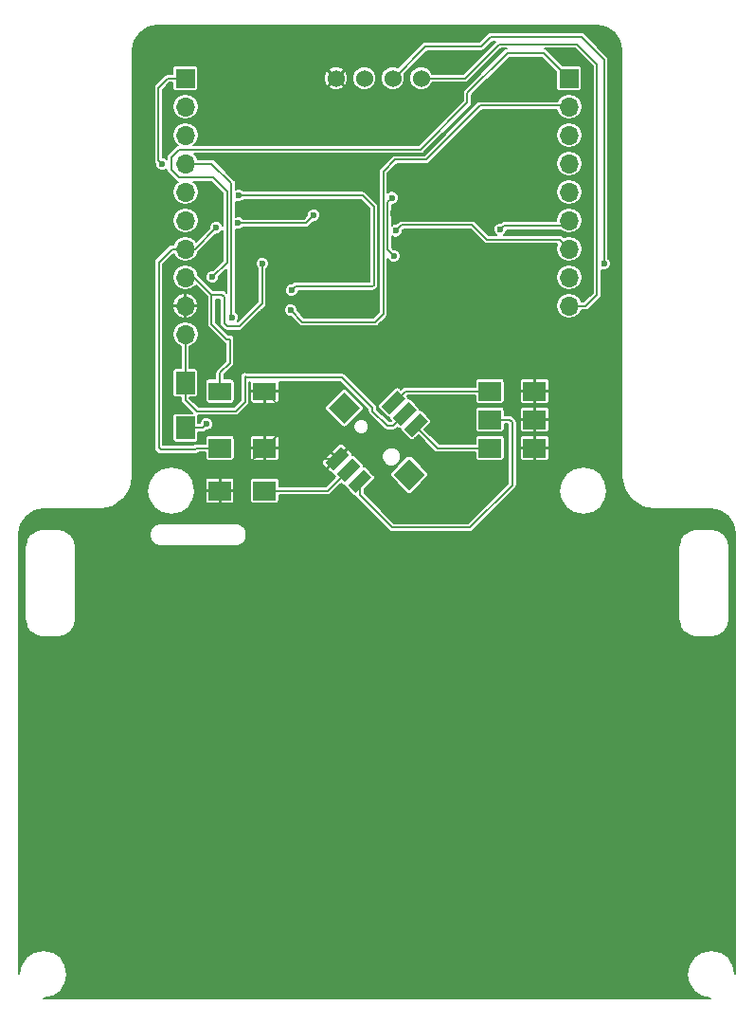
<source format=gbr>
G04 #@! TF.FileFunction,Copper,L1,Top,Signal*
%FSLAX46Y46*%
G04 Gerber Fmt 4.6, Leading zero omitted, Abs format (unit mm)*
G04 Created by KiCad (PCBNEW 4.0.7) date 08/30/18 10:37:52*
%MOMM*%
%LPD*%
G01*
G04 APERTURE LIST*
%ADD10C,0.100000*%
%ADD11R,2.000000X1.600000*%
%ADD12R,2.000000X1.700000*%
%ADD13R,1.700000X1.700000*%
%ADD14O,1.700000X1.700000*%
%ADD15C,1.524000*%
%ADD16R,1.700000X2.000000*%
%ADD17C,0.600000*%
%ADD18C,0.200000*%
G04 APERTURE END LIST*
D10*
D11*
X109760000Y-83820000D03*
X113760000Y-83820000D03*
D12*
X109760000Y-88900000D03*
X113760000Y-88900000D03*
D13*
X140970000Y-55880000D03*
D14*
X140970000Y-58420000D03*
X140970000Y-60960000D03*
X140970000Y-63500000D03*
X140970000Y-66040000D03*
X140970000Y-68580000D03*
X140970000Y-71120000D03*
X140970000Y-73660000D03*
X140970000Y-76200000D03*
D13*
X106680000Y-55880000D03*
D14*
X106680000Y-58420000D03*
X106680000Y-60960000D03*
X106680000Y-63500000D03*
X106680000Y-66040000D03*
X106680000Y-68580000D03*
X106680000Y-71120000D03*
X106680000Y-73660000D03*
X106680000Y-76200000D03*
X106680000Y-78740000D03*
D15*
X120142000Y-55880000D03*
X122682000Y-55880000D03*
X125222000Y-55880000D03*
X127762000Y-55880000D03*
D12*
X133890000Y-83820000D03*
X137890000Y-83820000D03*
X113760000Y-92710000D03*
X109760000Y-92710000D03*
X133890000Y-86360000D03*
X137890000Y-86360000D03*
X133890000Y-88900000D03*
X137890000Y-88900000D03*
D16*
X106680000Y-87090000D03*
X106680000Y-83090000D03*
D10*
G36*
X126930688Y-87914035D02*
X126223581Y-87206928D01*
X127637794Y-85792715D01*
X128344901Y-86499822D01*
X126930688Y-87914035D01*
X126930688Y-87914035D01*
G37*
G36*
X125923060Y-86906408D02*
X125215953Y-86199301D01*
X126630166Y-84785088D01*
X127337273Y-85492195D01*
X125923060Y-86906408D01*
X125923060Y-86906408D01*
G37*
G36*
X124915433Y-85898780D02*
X124208326Y-85191673D01*
X125622539Y-83777460D01*
X126329646Y-84484567D01*
X124915433Y-85898780D01*
X124915433Y-85898780D01*
G37*
G36*
X119894975Y-90919239D02*
X119187868Y-90212132D01*
X120602081Y-88797919D01*
X121309188Y-89505026D01*
X119894975Y-90919239D01*
X119894975Y-90919239D01*
G37*
G36*
X121910229Y-92934493D02*
X121203122Y-92227386D01*
X122617335Y-90813173D01*
X123324442Y-91520280D01*
X121910229Y-92934493D01*
X121910229Y-92934493D01*
G37*
G36*
X120902602Y-91926866D02*
X120195495Y-91219759D01*
X121609708Y-89805546D01*
X122316815Y-90512653D01*
X120902602Y-91926866D01*
X120902602Y-91926866D01*
G37*
G36*
X126683200Y-92687006D02*
X125268986Y-91272792D01*
X126683200Y-89858578D01*
X128097414Y-91272792D01*
X126683200Y-92687006D01*
X126683200Y-92687006D01*
G37*
G36*
X120884924Y-86747309D02*
X119470710Y-85333095D01*
X120884924Y-83918881D01*
X122299138Y-85333095D01*
X120884924Y-86747309D01*
X120884924Y-86747309D01*
G37*
D17*
X109438440Y-83845400D03*
X108549440Y-86771480D03*
X113538000Y-72425560D03*
X125282960Y-67904360D03*
X126964440Y-67533520D03*
X116047520Y-72085200D03*
X114691160Y-73731120D03*
X115148360Y-78445360D03*
X113822480Y-83662520D03*
X134691120Y-72496680D03*
X109448600Y-69230240D03*
X111389160Y-68808600D03*
X118150640Y-68092320D03*
X125125480Y-66548000D03*
X125303280Y-71749920D03*
X109098080Y-73644760D03*
X104607360Y-63571120D03*
X116072920Y-76575920D03*
X110855760Y-77241400D03*
X111434880Y-66344800D03*
X116159280Y-74823320D03*
X134828280Y-69367400D03*
X125491240Y-69504560D03*
X144094200Y-72430640D03*
D18*
X109011720Y-75199240D02*
X109011720Y-77825600D01*
X110357920Y-79171800D02*
X110642400Y-79171800D01*
X109011720Y-77825600D02*
X110357920Y-79171800D01*
X106680000Y-87090000D02*
X108230920Y-87090000D01*
X109438440Y-83845400D02*
X109463840Y-83820000D01*
X108230920Y-87090000D02*
X108549440Y-86771480D01*
X109463840Y-83820000D02*
X109760000Y-83820000D01*
X109760000Y-83820000D02*
X109760000Y-82203040D01*
X109760000Y-82203040D02*
X110642400Y-81320640D01*
X110642400Y-81320640D02*
X110642400Y-79171800D01*
X106680000Y-73660000D02*
X107472480Y-73660000D01*
X107472480Y-73660000D02*
X109011720Y-75199240D01*
X109011720Y-75199240D02*
X109021880Y-75209400D01*
X109021880Y-75209400D02*
X109961680Y-75209400D01*
X109961680Y-75209400D02*
X110144560Y-75392280D01*
X110144560Y-75392280D02*
X110144560Y-77774800D01*
X110144560Y-77774800D02*
X110388400Y-78018640D01*
X110388400Y-78018640D02*
X111531400Y-78018640D01*
X111531400Y-78018640D02*
X113538000Y-76012040D01*
X113538000Y-76012040D02*
X113538000Y-72425560D01*
X120248528Y-89858579D02*
X117558579Y-89858579D01*
X116600000Y-88900000D02*
X113760000Y-88900000D01*
X117558579Y-89858579D02*
X116600000Y-88900000D01*
X126593600Y-67904360D02*
X125282960Y-67904360D01*
X126964440Y-67533520D02*
X126593600Y-67904360D01*
X114691160Y-73731120D02*
X115570000Y-73731120D01*
X116047520Y-73253600D02*
X116047520Y-72085200D01*
X115570000Y-73731120D02*
X116047520Y-73253600D01*
X115067080Y-74107040D02*
X114691160Y-73731120D01*
X115067080Y-78364080D02*
X115067080Y-74107040D01*
X115148360Y-78445360D02*
X115067080Y-78364080D01*
X113822480Y-83662520D02*
X113760000Y-83725000D01*
X113760000Y-83725000D02*
X113760000Y-83820000D01*
X137890000Y-83820000D02*
X137890000Y-77615800D01*
X134655560Y-72532240D02*
X134691120Y-72496680D01*
X134655560Y-74381360D02*
X134655560Y-72532240D01*
X137890000Y-77615800D02*
X134655560Y-74381360D01*
X113760000Y-88900000D02*
X113731040Y-88900000D01*
X113731040Y-88900000D02*
X111465360Y-91165680D01*
X109760000Y-91616280D02*
X109760000Y-92710000D01*
X110210600Y-91165680D02*
X109760000Y-91616280D01*
X111465360Y-91165680D02*
X110210600Y-91165680D01*
X115530000Y-85590000D02*
X115530000Y-87130000D01*
X115530000Y-87130000D02*
X113760000Y-88900000D01*
X115530000Y-85590000D02*
X113760000Y-83820000D01*
X137890000Y-86360000D02*
X137890000Y-88900000D01*
X137890000Y-83820000D02*
X137890000Y-86360000D01*
X107558840Y-71120000D02*
X106680000Y-71120000D01*
X109448600Y-69230240D02*
X107558840Y-71120000D01*
X117434360Y-68808600D02*
X111389160Y-68808600D01*
X118150640Y-68092320D02*
X117434360Y-68808600D01*
X124719080Y-66954400D02*
X125125480Y-66548000D01*
X124719080Y-71165720D02*
X124719080Y-66954400D01*
X125303280Y-71749920D02*
X124719080Y-71165720D01*
X109760000Y-88900000D02*
X107685840Y-88900000D01*
X105491280Y-71120000D02*
X106680000Y-71120000D01*
X104302560Y-72308720D02*
X105491280Y-71120000D01*
X104302560Y-88879680D02*
X104302560Y-72308720D01*
X104465120Y-89042240D02*
X104302560Y-88879680D01*
X107543600Y-89042240D02*
X104465120Y-89042240D01*
X107685840Y-88900000D02*
X107543600Y-89042240D01*
X138709400Y-53619400D02*
X140970000Y-55880000D01*
X135453120Y-53619400D02*
X138709400Y-53619400D01*
X131876800Y-57195720D02*
X135453120Y-53619400D01*
X131876800Y-58064400D02*
X131876800Y-57195720D01*
X127706120Y-62235080D02*
X131876800Y-58064400D01*
X106146600Y-62235080D02*
X127706120Y-62235080D01*
X105399840Y-62981840D02*
X106146600Y-62235080D01*
X105399840Y-64023240D02*
X105399840Y-62981840D01*
X106136440Y-64759840D02*
X105399840Y-64023240D01*
X109159040Y-64759840D02*
X106136440Y-64759840D01*
X110408720Y-66009520D02*
X109159040Y-64759840D01*
X110408720Y-72334120D02*
X110408720Y-66009520D01*
X109098080Y-73644760D02*
X110408720Y-72334120D01*
X105130600Y-55880000D02*
X106680000Y-55880000D01*
X104272080Y-56738520D02*
X105130600Y-55880000D01*
X104272080Y-63235840D02*
X104272080Y-56738520D01*
X104607360Y-63571120D02*
X104272080Y-63235840D01*
X132999480Y-58323480D02*
X140873480Y-58323480D01*
X128168400Y-63154560D02*
X132999480Y-58323480D01*
X125409960Y-63154560D02*
X128168400Y-63154560D01*
X124358400Y-64206120D02*
X125409960Y-63154560D01*
X124358400Y-76931520D02*
X124358400Y-64206120D01*
X123631960Y-77657960D02*
X124358400Y-76931520D01*
X117154960Y-77657960D02*
X123631960Y-77657960D01*
X116072920Y-76575920D02*
X117154960Y-77657960D01*
X140873480Y-58323480D02*
X140970000Y-58420000D01*
X109021880Y-63500000D02*
X106680000Y-63500000D01*
X110779560Y-65257680D02*
X109021880Y-63500000D01*
X110779560Y-77165200D02*
X110779560Y-65257680D01*
X110855760Y-77241400D02*
X110779560Y-77165200D01*
X122504200Y-66344800D02*
X111434880Y-66344800D01*
X123525280Y-67365880D02*
X122504200Y-66344800D01*
X123525280Y-74340720D02*
X123525280Y-67365880D01*
X123418600Y-74447400D02*
X123525280Y-74340720D01*
X116535200Y-74447400D02*
X123418600Y-74447400D01*
X116159280Y-74823320D02*
X116535200Y-74447400D01*
X135148320Y-69047360D02*
X140502640Y-69047360D01*
X134828280Y-69367400D02*
X135148320Y-69047360D01*
X140502640Y-69047360D02*
X140970000Y-68580000D01*
X140131800Y-70281800D02*
X140970000Y-71120000D01*
X133614160Y-70281800D02*
X140131800Y-70281800D01*
X132313680Y-68981320D02*
X133614160Y-70281800D01*
X126014480Y-68981320D02*
X132313680Y-68981320D01*
X125491240Y-69504560D02*
X126014480Y-68981320D01*
X106680000Y-83090000D02*
X106680000Y-84580000D01*
X125222361Y-86900000D02*
X126276613Y-85845748D01*
X124700000Y-86900000D02*
X125222361Y-86900000D01*
X123400000Y-85600000D02*
X124700000Y-86900000D01*
X123400000Y-85300000D02*
X123400000Y-85600000D01*
X120700000Y-82600000D02*
X123400000Y-85300000D01*
X112100000Y-82600000D02*
X120700000Y-82600000D01*
X112000000Y-82500000D02*
X112100000Y-82600000D01*
X112000000Y-84800000D02*
X112000000Y-82500000D01*
X111200000Y-85600000D02*
X112000000Y-84800000D01*
X107700000Y-85600000D02*
X111200000Y-85600000D01*
X106680000Y-84580000D02*
X107700000Y-85600000D01*
X106680000Y-83090000D02*
X106680000Y-78740000D01*
X125222000Y-55880000D02*
X125288040Y-55880000D01*
X125288040Y-55880000D02*
X128143000Y-53025040D01*
X128143000Y-53025040D02*
X133146800Y-53025040D01*
X133146800Y-53025040D02*
X133995160Y-52176680D01*
X133995160Y-52176680D02*
X142052040Y-52176680D01*
X142052040Y-52176680D02*
X144094200Y-54218840D01*
X144094200Y-54218840D02*
X144094200Y-72430640D01*
X127762000Y-55880000D02*
X131683760Y-55880000D01*
X142458440Y-76200000D02*
X140970000Y-76200000D01*
X143474440Y-75184000D02*
X142458440Y-76200000D01*
X143474440Y-54650640D02*
X143474440Y-75184000D01*
X141660880Y-52837080D02*
X143474440Y-54650640D01*
X134726680Y-52837080D02*
X141660880Y-52837080D01*
X131683760Y-55880000D02*
X134726680Y-52837080D01*
X125268986Y-84838120D02*
X125361880Y-84838120D01*
X125361880Y-84838120D02*
X126380000Y-83820000D01*
X126380000Y-83820000D02*
X133890000Y-83820000D01*
X133778240Y-83931760D02*
X133890000Y-83820000D01*
X113760000Y-92710000D02*
X119390000Y-92710000D01*
X119390000Y-92710000D02*
X121233794Y-90866206D01*
X121233794Y-90866206D02*
X121256155Y-90866206D01*
X133890000Y-86360000D02*
X135660000Y-86360000D01*
X122263782Y-93063782D02*
X122263782Y-91873833D01*
X125200000Y-96000000D02*
X122263782Y-93063782D01*
X132100000Y-96000000D02*
X125200000Y-96000000D01*
X135900000Y-92200000D02*
X132100000Y-96000000D01*
X135900000Y-86600000D02*
X135900000Y-92200000D01*
X135660000Y-86360000D02*
X135900000Y-86600000D01*
X133890000Y-88900000D02*
X129200000Y-88900000D01*
X129200000Y-88900000D02*
X127284241Y-86984241D01*
X127284241Y-86984241D02*
X127284241Y-86853375D01*
G36*
X144335697Y-51346588D02*
X145035691Y-51814309D01*
X145503412Y-52514303D01*
X145675000Y-53376932D01*
X145675000Y-91440000D01*
X145682206Y-91476226D01*
X145682206Y-91513159D01*
X145875552Y-92485175D01*
X145931545Y-92620355D01*
X146482148Y-93444390D01*
X146585610Y-93547852D01*
X147409645Y-94098455D01*
X147544825Y-94154449D01*
X147544830Y-94154449D01*
X148516841Y-94347794D01*
X148553774Y-94347794D01*
X148590000Y-94355000D01*
X153633068Y-94355000D01*
X154495697Y-94526588D01*
X155195691Y-94994309D01*
X155663412Y-95694303D01*
X155835000Y-96556932D01*
X155835000Y-135853068D01*
X155834352Y-135856324D01*
X155675790Y-135059175D01*
X155205165Y-134354835D01*
X154500825Y-133884210D01*
X153670000Y-133718949D01*
X152839175Y-133884210D01*
X152134835Y-134354835D01*
X151664210Y-135059175D01*
X151498949Y-135890000D01*
X151664210Y-136720825D01*
X152134835Y-137425165D01*
X152839175Y-137895790D01*
X153636324Y-138054352D01*
X153633068Y-138055000D01*
X94016932Y-138055000D01*
X94013676Y-138054352D01*
X94810825Y-137895790D01*
X95515165Y-137425165D01*
X95985790Y-136720825D01*
X96151051Y-135890000D01*
X95985790Y-135059175D01*
X95515165Y-134354835D01*
X94810825Y-133884210D01*
X93980000Y-133718949D01*
X93149175Y-133884210D01*
X92444835Y-134354835D01*
X91974210Y-135059175D01*
X91815648Y-135856324D01*
X91815000Y-135853068D01*
X91815000Y-97790000D01*
X92335000Y-97790000D01*
X92335000Y-104140000D01*
X92342206Y-104176226D01*
X92342206Y-104213159D01*
X92438878Y-104699166D01*
X92438878Y-104699167D01*
X92494872Y-104834347D01*
X92770172Y-105246364D01*
X92873635Y-105349827D01*
X93285652Y-105625127D01*
X93285653Y-105625128D01*
X93420833Y-105681121D01*
X93906841Y-105777794D01*
X93943774Y-105777794D01*
X93980000Y-105785000D01*
X95250000Y-105785000D01*
X95286226Y-105777794D01*
X95323159Y-105777794D01*
X95809166Y-105681122D01*
X95809167Y-105681122D01*
X95944347Y-105625128D01*
X96356364Y-105349828D01*
X96459827Y-105246365D01*
X96735128Y-104834347D01*
X96791121Y-104699167D01*
X96791121Y-104699166D01*
X96887794Y-104213159D01*
X96887794Y-104176226D01*
X96895000Y-104140000D01*
X96895000Y-97790000D01*
X150755000Y-97790000D01*
X150755000Y-104140000D01*
X150762206Y-104176226D01*
X150762206Y-104213159D01*
X150858878Y-104699166D01*
X150858878Y-104699167D01*
X150914872Y-104834347D01*
X151190172Y-105246364D01*
X151293635Y-105349827D01*
X151705652Y-105625127D01*
X151705653Y-105625128D01*
X151840833Y-105681121D01*
X152326841Y-105777794D01*
X152363774Y-105777794D01*
X152400000Y-105785000D01*
X153670000Y-105785000D01*
X153706226Y-105777794D01*
X153743159Y-105777794D01*
X154229166Y-105681122D01*
X154229167Y-105681122D01*
X154364347Y-105625128D01*
X154776364Y-105349828D01*
X154879827Y-105246365D01*
X155155128Y-104834347D01*
X155211121Y-104699167D01*
X155211121Y-104699166D01*
X155307794Y-104213159D01*
X155307794Y-104176226D01*
X155315000Y-104140000D01*
X155315000Y-97790000D01*
X155307794Y-97753774D01*
X155307794Y-97716841D01*
X155211121Y-97230833D01*
X155155128Y-97095653D01*
X154879827Y-96683635D01*
X154776364Y-96580172D01*
X154364347Y-96304872D01*
X154229167Y-96248878D01*
X154229166Y-96248878D01*
X153743159Y-96152206D01*
X153706226Y-96152206D01*
X153670000Y-96145000D01*
X152400000Y-96145000D01*
X152363774Y-96152206D01*
X152326841Y-96152206D01*
X151840833Y-96248879D01*
X151705653Y-96304872D01*
X151293635Y-96580173D01*
X151190172Y-96683636D01*
X150914872Y-97095653D01*
X150858878Y-97230833D01*
X150858878Y-97230834D01*
X150762206Y-97716841D01*
X150762206Y-97753774D01*
X150755000Y-97790000D01*
X96895000Y-97790000D01*
X96887794Y-97753774D01*
X96887794Y-97716841D01*
X96791121Y-97230833D01*
X96735128Y-97095653D01*
X96459827Y-96683635D01*
X96356364Y-96580172D01*
X96266310Y-96520000D01*
X103511000Y-96520000D01*
X103511000Y-96774000D01*
X103518205Y-96810222D01*
X103518205Y-96847159D01*
X103556875Y-97041562D01*
X103556875Y-97041563D01*
X103612868Y-97176742D01*
X103722989Y-97341550D01*
X103758591Y-97377151D01*
X103826451Y-97445011D01*
X103991258Y-97555132D01*
X104047252Y-97578325D01*
X104126438Y-97611126D01*
X104320842Y-97649795D01*
X104357778Y-97649795D01*
X104394000Y-97657000D01*
X111252000Y-97657000D01*
X111288222Y-97649795D01*
X111325159Y-97649795D01*
X111519562Y-97611125D01*
X111519563Y-97611125D01*
X111654742Y-97555132D01*
X111819550Y-97445011D01*
X111887409Y-97377151D01*
X111923011Y-97341549D01*
X112033132Y-97176742D01*
X112064790Y-97100313D01*
X112089126Y-97041562D01*
X112127795Y-96847158D01*
X112127795Y-96810222D01*
X112135000Y-96774000D01*
X112135000Y-96520000D01*
X112127795Y-96483778D01*
X112127795Y-96446842D01*
X112089126Y-96252438D01*
X112047608Y-96152206D01*
X112033132Y-96117258D01*
X111923011Y-95952451D01*
X111871280Y-95900720D01*
X111819550Y-95848989D01*
X111654742Y-95738868D01*
X111519563Y-95682875D01*
X111519562Y-95682875D01*
X111325159Y-95644205D01*
X111288222Y-95644205D01*
X111252000Y-95637000D01*
X104394000Y-95637000D01*
X104357778Y-95644205D01*
X104320842Y-95644205D01*
X104126438Y-95682874D01*
X104084613Y-95700199D01*
X103991258Y-95738868D01*
X103826451Y-95848989D01*
X103774721Y-95900719D01*
X103722989Y-95952450D01*
X103612868Y-96117258D01*
X103558350Y-96248878D01*
X103556875Y-96252438D01*
X103518205Y-96446841D01*
X103518205Y-96483778D01*
X103511000Y-96520000D01*
X96266310Y-96520000D01*
X95944347Y-96304872D01*
X95809167Y-96248878D01*
X95809166Y-96248878D01*
X95323159Y-96152206D01*
X95286226Y-96152206D01*
X95250000Y-96145000D01*
X93980000Y-96145000D01*
X93943774Y-96152206D01*
X93906841Y-96152206D01*
X93420833Y-96248879D01*
X93285653Y-96304872D01*
X92873635Y-96580173D01*
X92770172Y-96683636D01*
X92494872Y-97095653D01*
X92438878Y-97230833D01*
X92438878Y-97230834D01*
X92342206Y-97716841D01*
X92342206Y-97753774D01*
X92335000Y-97790000D01*
X91815000Y-97790000D01*
X91815000Y-96556932D01*
X91986588Y-95694303D01*
X92454309Y-94994309D01*
X93154303Y-94526588D01*
X94016932Y-94355000D01*
X99060000Y-94355000D01*
X99096226Y-94347794D01*
X99133159Y-94347794D01*
X100105175Y-94154448D01*
X100240355Y-94098455D01*
X101064390Y-93547852D01*
X101167852Y-93444390D01*
X101658556Y-92710000D01*
X103238949Y-92710000D01*
X103404210Y-93540825D01*
X103874835Y-94245165D01*
X104579175Y-94715790D01*
X105410000Y-94881051D01*
X106240825Y-94715790D01*
X106945165Y-94245165D01*
X107415790Y-93540825D01*
X107556187Y-92835000D01*
X108460000Y-92835000D01*
X108460000Y-93619673D01*
X108505672Y-93729936D01*
X108590063Y-93814328D01*
X108700326Y-93860000D01*
X109635000Y-93860000D01*
X109710000Y-93785000D01*
X109710000Y-92760000D01*
X109810000Y-92760000D01*
X109810000Y-93785000D01*
X109885000Y-93860000D01*
X110819674Y-93860000D01*
X110929937Y-93814328D01*
X111014328Y-93729936D01*
X111060000Y-93619673D01*
X111060000Y-92835000D01*
X110985000Y-92760000D01*
X109810000Y-92760000D01*
X109710000Y-92760000D01*
X108535000Y-92760000D01*
X108460000Y-92835000D01*
X107556187Y-92835000D01*
X107581051Y-92710000D01*
X107415790Y-91879175D01*
X107363106Y-91800327D01*
X108460000Y-91800327D01*
X108460000Y-92585000D01*
X108535000Y-92660000D01*
X109710000Y-92660000D01*
X109710000Y-91635000D01*
X109810000Y-91635000D01*
X109810000Y-92660000D01*
X110985000Y-92660000D01*
X111060000Y-92585000D01*
X111060000Y-91860000D01*
X112454123Y-91860000D01*
X112454123Y-93560000D01*
X112475042Y-93671173D01*
X112540745Y-93773279D01*
X112640997Y-93841778D01*
X112760000Y-93865877D01*
X114760000Y-93865877D01*
X114871173Y-93844958D01*
X114973279Y-93779255D01*
X115041778Y-93679003D01*
X115065877Y-93560000D01*
X115065877Y-93110000D01*
X119390000Y-93110000D01*
X119543074Y-93079552D01*
X119672843Y-92992843D01*
X120604423Y-92061263D01*
X120686314Y-92143154D01*
X120779717Y-92206973D01*
X120898376Y-92232714D01*
X120899048Y-92232588D01*
X120919727Y-92342485D01*
X120986834Y-92443674D01*
X121693941Y-93150781D01*
X121787344Y-93214600D01*
X121906003Y-93240341D01*
X121909484Y-93239686D01*
X121980939Y-93346625D01*
X124917155Y-96282840D01*
X124917157Y-96282843D01*
X125046927Y-96369552D01*
X125200000Y-96400000D01*
X132100000Y-96400000D01*
X132253074Y-96369552D01*
X132382843Y-96282843D01*
X135955685Y-92710000D01*
X140068949Y-92710000D01*
X140234210Y-93540825D01*
X140704835Y-94245165D01*
X141409175Y-94715790D01*
X142240000Y-94881051D01*
X143070825Y-94715790D01*
X143775165Y-94245165D01*
X144245790Y-93540825D01*
X144411051Y-92710000D01*
X144245790Y-91879175D01*
X143775165Y-91174835D01*
X143070825Y-90704210D01*
X142240000Y-90538949D01*
X141409175Y-90704210D01*
X140704835Y-91174835D01*
X140234210Y-91879175D01*
X140068949Y-92710000D01*
X135955685Y-92710000D01*
X136182840Y-92482845D01*
X136182843Y-92482843D01*
X136269552Y-92353073D01*
X136278120Y-92310000D01*
X136300001Y-92200000D01*
X136300000Y-92199995D01*
X136300000Y-89025000D01*
X136590000Y-89025000D01*
X136590000Y-89809673D01*
X136635672Y-89919936D01*
X136720063Y-90004328D01*
X136830326Y-90050000D01*
X137765000Y-90050000D01*
X137840000Y-89975000D01*
X137840000Y-88950000D01*
X137940000Y-88950000D01*
X137940000Y-89975000D01*
X138015000Y-90050000D01*
X138949674Y-90050000D01*
X139059937Y-90004328D01*
X139144328Y-89919936D01*
X139190000Y-89809673D01*
X139190000Y-89025000D01*
X139115000Y-88950000D01*
X137940000Y-88950000D01*
X137840000Y-88950000D01*
X136665000Y-88950000D01*
X136590000Y-89025000D01*
X136300000Y-89025000D01*
X136300000Y-87990327D01*
X136590000Y-87990327D01*
X136590000Y-88775000D01*
X136665000Y-88850000D01*
X137840000Y-88850000D01*
X137840000Y-87825000D01*
X137940000Y-87825000D01*
X137940000Y-88850000D01*
X139115000Y-88850000D01*
X139190000Y-88775000D01*
X139190000Y-87990327D01*
X139144328Y-87880064D01*
X139059937Y-87795672D01*
X138949674Y-87750000D01*
X138015000Y-87750000D01*
X137940000Y-87825000D01*
X137840000Y-87825000D01*
X137765000Y-87750000D01*
X136830326Y-87750000D01*
X136720063Y-87795672D01*
X136635672Y-87880064D01*
X136590000Y-87990327D01*
X136300000Y-87990327D01*
X136300000Y-86600000D01*
X136296865Y-86584241D01*
X136277126Y-86485000D01*
X136590000Y-86485000D01*
X136590000Y-87269673D01*
X136635672Y-87379936D01*
X136720063Y-87464328D01*
X136830326Y-87510000D01*
X137765000Y-87510000D01*
X137840000Y-87435000D01*
X137840000Y-86410000D01*
X137940000Y-86410000D01*
X137940000Y-87435000D01*
X138015000Y-87510000D01*
X138949674Y-87510000D01*
X139059937Y-87464328D01*
X139144328Y-87379936D01*
X139190000Y-87269673D01*
X139190000Y-86485000D01*
X139115000Y-86410000D01*
X137940000Y-86410000D01*
X137840000Y-86410000D01*
X136665000Y-86410000D01*
X136590000Y-86485000D01*
X136277126Y-86485000D01*
X136269552Y-86446926D01*
X136182843Y-86317157D01*
X135942843Y-86077157D01*
X135813074Y-85990448D01*
X135660000Y-85960000D01*
X135195877Y-85960000D01*
X135195877Y-85510000D01*
X135184649Y-85450327D01*
X136590000Y-85450327D01*
X136590000Y-86235000D01*
X136665000Y-86310000D01*
X137840000Y-86310000D01*
X137840000Y-85285000D01*
X137940000Y-85285000D01*
X137940000Y-86310000D01*
X139115000Y-86310000D01*
X139190000Y-86235000D01*
X139190000Y-85450327D01*
X139144328Y-85340064D01*
X139059937Y-85255672D01*
X138949674Y-85210000D01*
X138015000Y-85210000D01*
X137940000Y-85285000D01*
X137840000Y-85285000D01*
X137765000Y-85210000D01*
X136830326Y-85210000D01*
X136720063Y-85255672D01*
X136635672Y-85340064D01*
X136590000Y-85450327D01*
X135184649Y-85450327D01*
X135174958Y-85398827D01*
X135109255Y-85296721D01*
X135009003Y-85228222D01*
X134890000Y-85204123D01*
X132890000Y-85204123D01*
X132778827Y-85225042D01*
X132676721Y-85290745D01*
X132608222Y-85390997D01*
X132584123Y-85510000D01*
X132584123Y-87210000D01*
X132605042Y-87321173D01*
X132670745Y-87423279D01*
X132770997Y-87491778D01*
X132890000Y-87515877D01*
X134890000Y-87515877D01*
X135001173Y-87494958D01*
X135103279Y-87429255D01*
X135171778Y-87329003D01*
X135195877Y-87210000D01*
X135195877Y-86760000D01*
X135494314Y-86760000D01*
X135500000Y-86765686D01*
X135500000Y-92034315D01*
X131934314Y-95600000D01*
X125365685Y-95600000D01*
X122663782Y-92898096D01*
X122663782Y-92613516D01*
X123540730Y-91736568D01*
X123604549Y-91643165D01*
X123630290Y-91524506D01*
X123607837Y-91405181D01*
X123540730Y-91303992D01*
X123505304Y-91268566D01*
X124963138Y-91268566D01*
X124985591Y-91387891D01*
X125052698Y-91489080D01*
X126466912Y-92903294D01*
X126560315Y-92967113D01*
X126678974Y-92992854D01*
X126798299Y-92970401D01*
X126899488Y-92903294D01*
X128313702Y-91489080D01*
X128377521Y-91395677D01*
X128403262Y-91277018D01*
X128380809Y-91157693D01*
X128313702Y-91056504D01*
X126899488Y-89642290D01*
X126806085Y-89578471D01*
X126687426Y-89552730D01*
X126568101Y-89575183D01*
X126466912Y-89642290D01*
X125052698Y-91056504D01*
X124988879Y-91149907D01*
X124963138Y-91268566D01*
X123505304Y-91268566D01*
X122833623Y-90596885D01*
X122740220Y-90533066D01*
X122621561Y-90507325D01*
X122620889Y-90507451D01*
X122600210Y-90397554D01*
X122533103Y-90296365D01*
X122086874Y-89850136D01*
X124242063Y-89850136D01*
X124371195Y-90162659D01*
X124610095Y-90401976D01*
X124922393Y-90531654D01*
X125260544Y-90531949D01*
X125573067Y-90402817D01*
X125812384Y-90163917D01*
X125942062Y-89851619D01*
X125942357Y-89513468D01*
X125813225Y-89200945D01*
X125574325Y-88961628D01*
X125262027Y-88831950D01*
X124923876Y-88831655D01*
X124611353Y-88960787D01*
X124372036Y-89199687D01*
X124242358Y-89511985D01*
X124242063Y-89850136D01*
X122086874Y-89850136D01*
X121825996Y-89589258D01*
X121732593Y-89525439D01*
X121613934Y-89499698D01*
X121609188Y-89500591D01*
X121609188Y-89445351D01*
X121563515Y-89335089D01*
X121256155Y-89027729D01*
X121150089Y-89027729D01*
X120319239Y-89858579D01*
X120333381Y-89872721D01*
X120262670Y-89943432D01*
X120248528Y-89929290D01*
X119417678Y-90760140D01*
X119417678Y-90866206D01*
X119725038Y-91173566D01*
X119835300Y-91219239D01*
X119890344Y-91219239D01*
X119912100Y-91334858D01*
X119979207Y-91436047D01*
X120038737Y-91495577D01*
X119224314Y-92310000D01*
X115065877Y-92310000D01*
X115065877Y-91860000D01*
X115044958Y-91748827D01*
X114979255Y-91646721D01*
X114879003Y-91578222D01*
X114760000Y-91554123D01*
X112760000Y-91554123D01*
X112648827Y-91575042D01*
X112546721Y-91640745D01*
X112478222Y-91740997D01*
X112454123Y-91860000D01*
X111060000Y-91860000D01*
X111060000Y-91800327D01*
X111014328Y-91690064D01*
X110929937Y-91605672D01*
X110819674Y-91560000D01*
X109885000Y-91560000D01*
X109810000Y-91635000D01*
X109710000Y-91635000D01*
X109635000Y-91560000D01*
X108700326Y-91560000D01*
X108590063Y-91605672D01*
X108505672Y-91690064D01*
X108460000Y-91800327D01*
X107363106Y-91800327D01*
X106945165Y-91174835D01*
X106240825Y-90704210D01*
X105410000Y-90538949D01*
X104579175Y-90704210D01*
X103874835Y-91174835D01*
X103404210Y-91879175D01*
X103238949Y-92710000D01*
X101658556Y-92710000D01*
X101718455Y-92620355D01*
X101774449Y-92485175D01*
X101774449Y-92485170D01*
X101967794Y-91513159D01*
X101967794Y-91476226D01*
X101975000Y-91440000D01*
X101975000Y-90152459D01*
X118887867Y-90152459D01*
X118887868Y-90271807D01*
X118933541Y-90382069D01*
X119240901Y-90689429D01*
X119346967Y-90689429D01*
X120177817Y-89858579D01*
X119700520Y-89381282D01*
X119594454Y-89381282D01*
X118933540Y-90042196D01*
X118887867Y-90152459D01*
X101975000Y-90152459D01*
X101975000Y-68580000D01*
X105507470Y-68580000D01*
X105595009Y-69020086D01*
X105844297Y-69393173D01*
X106217384Y-69642461D01*
X106657470Y-69730000D01*
X106702530Y-69730000D01*
X107142616Y-69642461D01*
X107515703Y-69393173D01*
X107764991Y-69020086D01*
X107852530Y-68580000D01*
X107764991Y-68139914D01*
X107515703Y-67766827D01*
X107142616Y-67517539D01*
X106702530Y-67430000D01*
X106657470Y-67430000D01*
X106217384Y-67517539D01*
X105844297Y-67766827D01*
X105595009Y-68139914D01*
X105507470Y-68580000D01*
X101975000Y-68580000D01*
X101975000Y-56738520D01*
X103872080Y-56738520D01*
X103872080Y-63235840D01*
X103902528Y-63388914D01*
X103989237Y-63518683D01*
X104007389Y-63536835D01*
X104007256Y-63689944D01*
X104098408Y-63910549D01*
X104267043Y-64079479D01*
X104487489Y-64171016D01*
X104726184Y-64171224D01*
X104946789Y-64080072D01*
X105000483Y-64026472D01*
X105030288Y-64176314D01*
X105116997Y-64306083D01*
X105853597Y-65042683D01*
X105983366Y-65129392D01*
X105988570Y-65130427D01*
X105844297Y-65226827D01*
X105595009Y-65599914D01*
X105507470Y-66040000D01*
X105595009Y-66480086D01*
X105844297Y-66853173D01*
X106217384Y-67102461D01*
X106657470Y-67190000D01*
X106702530Y-67190000D01*
X107142616Y-67102461D01*
X107515703Y-66853173D01*
X107764991Y-66480086D01*
X107852530Y-66040000D01*
X107764991Y-65599914D01*
X107515703Y-65226827D01*
X107415450Y-65159840D01*
X108993354Y-65159840D01*
X110008720Y-66175205D01*
X110008720Y-69014647D01*
X109957552Y-68890811D01*
X109788917Y-68721881D01*
X109568471Y-68630344D01*
X109329776Y-68630136D01*
X109109171Y-68721288D01*
X108940241Y-68889923D01*
X108848704Y-69110369D01*
X108848570Y-69264584D01*
X107632110Y-70481044D01*
X107515703Y-70306827D01*
X107142616Y-70057539D01*
X106702530Y-69970000D01*
X106657470Y-69970000D01*
X106217384Y-70057539D01*
X105844297Y-70306827D01*
X105595009Y-70679914D01*
X105587035Y-70720000D01*
X105491280Y-70720000D01*
X105338206Y-70750448D01*
X105208437Y-70837157D01*
X104019717Y-72025877D01*
X103933008Y-72155646D01*
X103933008Y-72155647D01*
X103902560Y-72308720D01*
X103902560Y-88879680D01*
X103933008Y-89032754D01*
X104019717Y-89162523D01*
X104182275Y-89325080D01*
X104182277Y-89325083D01*
X104312047Y-89411792D01*
X104465120Y-89442241D01*
X104465125Y-89442240D01*
X107543600Y-89442240D01*
X107696674Y-89411792D01*
X107826443Y-89325083D01*
X107851526Y-89300000D01*
X108454123Y-89300000D01*
X108454123Y-89750000D01*
X108475042Y-89861173D01*
X108540745Y-89963279D01*
X108640997Y-90031778D01*
X108760000Y-90055877D01*
X110760000Y-90055877D01*
X110871173Y-90034958D01*
X110973279Y-89969255D01*
X111041778Y-89869003D01*
X111065877Y-89750000D01*
X111065877Y-89025000D01*
X112460000Y-89025000D01*
X112460000Y-89809673D01*
X112505672Y-89919936D01*
X112590063Y-90004328D01*
X112700326Y-90050000D01*
X113635000Y-90050000D01*
X113710000Y-89975000D01*
X113710000Y-88950000D01*
X113810000Y-88950000D01*
X113810000Y-89975000D01*
X113885000Y-90050000D01*
X114819674Y-90050000D01*
X114929937Y-90004328D01*
X115014328Y-89919936D01*
X115060000Y-89809673D01*
X115060000Y-89204505D01*
X119771231Y-89204505D01*
X119771231Y-89310571D01*
X120248528Y-89787868D01*
X121079378Y-88957018D01*
X121079378Y-88850952D01*
X120772018Y-88543592D01*
X120661756Y-88497919D01*
X120542408Y-88497918D01*
X120432145Y-88543591D01*
X119771231Y-89204505D01*
X115060000Y-89204505D01*
X115060000Y-89025000D01*
X114985000Y-88950000D01*
X113810000Y-88950000D01*
X113710000Y-88950000D01*
X112535000Y-88950000D01*
X112460000Y-89025000D01*
X111065877Y-89025000D01*
X111065877Y-88050000D01*
X111054649Y-87990327D01*
X112460000Y-87990327D01*
X112460000Y-88775000D01*
X112535000Y-88850000D01*
X113710000Y-88850000D01*
X113710000Y-87825000D01*
X113810000Y-87825000D01*
X113810000Y-88850000D01*
X114985000Y-88850000D01*
X115060000Y-88775000D01*
X115060000Y-87990327D01*
X115014328Y-87880064D01*
X114929937Y-87795672D01*
X114819674Y-87750000D01*
X113885000Y-87750000D01*
X113810000Y-87825000D01*
X113710000Y-87825000D01*
X113635000Y-87750000D01*
X112700326Y-87750000D01*
X112590063Y-87795672D01*
X112505672Y-87880064D01*
X112460000Y-87990327D01*
X111054649Y-87990327D01*
X111044958Y-87938827D01*
X110979255Y-87836721D01*
X110879003Y-87768222D01*
X110760000Y-87744123D01*
X108760000Y-87744123D01*
X108648827Y-87765042D01*
X108546721Y-87830745D01*
X108478222Y-87930997D01*
X108454123Y-88050000D01*
X108454123Y-88500000D01*
X107685845Y-88500000D01*
X107685840Y-88499999D01*
X107532766Y-88530448D01*
X107402997Y-88617157D01*
X107377914Y-88642240D01*
X104702560Y-88642240D01*
X104702560Y-78740000D01*
X105507470Y-78740000D01*
X105595009Y-79180086D01*
X105844297Y-79553173D01*
X106217384Y-79802461D01*
X106280000Y-79814916D01*
X106280000Y-81784123D01*
X105830000Y-81784123D01*
X105718827Y-81805042D01*
X105616721Y-81870745D01*
X105548222Y-81970997D01*
X105524123Y-82090000D01*
X105524123Y-84090000D01*
X105545042Y-84201173D01*
X105610745Y-84303279D01*
X105710997Y-84371778D01*
X105830000Y-84395877D01*
X106280000Y-84395877D01*
X106280000Y-84580000D01*
X106310448Y-84733074D01*
X106397157Y-84862843D01*
X107318437Y-85784123D01*
X105830000Y-85784123D01*
X105718827Y-85805042D01*
X105616721Y-85870745D01*
X105548222Y-85970997D01*
X105524123Y-86090000D01*
X105524123Y-88090000D01*
X105545042Y-88201173D01*
X105610745Y-88303279D01*
X105710997Y-88371778D01*
X105830000Y-88395877D01*
X107530000Y-88395877D01*
X107641173Y-88374958D01*
X107743279Y-88309255D01*
X107811778Y-88209003D01*
X107835877Y-88090000D01*
X107835877Y-87490000D01*
X108230920Y-87490000D01*
X108383994Y-87459552D01*
X108513763Y-87372843D01*
X108515155Y-87371451D01*
X108668264Y-87371584D01*
X108888869Y-87280432D01*
X109040102Y-87129463D01*
X121725086Y-87129463D01*
X121828392Y-87379482D01*
X122019512Y-87570936D01*
X122269350Y-87674678D01*
X122539871Y-87674914D01*
X122789890Y-87571608D01*
X122981344Y-87380488D01*
X123085086Y-87130650D01*
X123085322Y-86860129D01*
X122982016Y-86610110D01*
X122790896Y-86418656D01*
X122541058Y-86314914D01*
X122270537Y-86314678D01*
X122020518Y-86417984D01*
X121829064Y-86609104D01*
X121725322Y-86858942D01*
X121725086Y-87129463D01*
X109040102Y-87129463D01*
X109057799Y-87111797D01*
X109149336Y-86891351D01*
X109149544Y-86652656D01*
X109058392Y-86432051D01*
X108889757Y-86263121D01*
X108669311Y-86171584D01*
X108430616Y-86171376D01*
X108210011Y-86262528D01*
X108041081Y-86431163D01*
X107949544Y-86651609D01*
X107949511Y-86690000D01*
X107835877Y-86690000D01*
X107835877Y-86090000D01*
X107818942Y-86000000D01*
X111200000Y-86000000D01*
X111353074Y-85969552D01*
X111482843Y-85882843D01*
X112036817Y-85328869D01*
X119164862Y-85328869D01*
X119187315Y-85448194D01*
X119254422Y-85549383D01*
X120668636Y-86963597D01*
X120762039Y-87027416D01*
X120880698Y-87053157D01*
X121000023Y-87030704D01*
X121101212Y-86963597D01*
X122515426Y-85549383D01*
X122579245Y-85455980D01*
X122604986Y-85337321D01*
X122582533Y-85217996D01*
X122515426Y-85116807D01*
X121101212Y-83702593D01*
X121007809Y-83638774D01*
X120889150Y-83613033D01*
X120769825Y-83635486D01*
X120668636Y-83702593D01*
X119254422Y-85116807D01*
X119190603Y-85210210D01*
X119164862Y-85328869D01*
X112036817Y-85328869D01*
X112282843Y-85082843D01*
X112369552Y-84953074D01*
X112400001Y-84800000D01*
X112400000Y-84799995D01*
X112400000Y-83945000D01*
X112460000Y-83945000D01*
X112460000Y-84679673D01*
X112505672Y-84789936D01*
X112590063Y-84874328D01*
X112700326Y-84920000D01*
X113635000Y-84920000D01*
X113710000Y-84845000D01*
X113710000Y-83870000D01*
X113810000Y-83870000D01*
X113810000Y-84845000D01*
X113885000Y-84920000D01*
X114819674Y-84920000D01*
X114929937Y-84874328D01*
X115014328Y-84789936D01*
X115060000Y-84679673D01*
X115060000Y-83945000D01*
X114985000Y-83870000D01*
X113810000Y-83870000D01*
X113710000Y-83870000D01*
X112535000Y-83870000D01*
X112460000Y-83945000D01*
X112400000Y-83945000D01*
X112400000Y-83000000D01*
X112460000Y-83000000D01*
X112460000Y-83695000D01*
X112535000Y-83770000D01*
X113710000Y-83770000D01*
X113710000Y-83750000D01*
X113810000Y-83750000D01*
X113810000Y-83770000D01*
X114985000Y-83770000D01*
X115060000Y-83695000D01*
X115060000Y-83000000D01*
X120534314Y-83000000D01*
X123000000Y-85465685D01*
X123000000Y-85600000D01*
X123030448Y-85753074D01*
X123117157Y-85882843D01*
X124417155Y-87182840D01*
X124417157Y-87182843D01*
X124457801Y-87210000D01*
X124546926Y-87269552D01*
X124700000Y-87300001D01*
X124700005Y-87300000D01*
X125222361Y-87300000D01*
X125375435Y-87269552D01*
X125505204Y-87182843D01*
X125636061Y-87051985D01*
X125706772Y-87122696D01*
X125800175Y-87186515D01*
X125918834Y-87212256D01*
X125919507Y-87212129D01*
X125940186Y-87322027D01*
X126007293Y-87423216D01*
X126714400Y-88130323D01*
X126807803Y-88194142D01*
X126926462Y-88219883D01*
X127045787Y-88197430D01*
X127146976Y-88130323D01*
X127505807Y-87771492D01*
X128917155Y-89182840D01*
X128917157Y-89182843D01*
X129046927Y-89269552D01*
X129200000Y-89300000D01*
X132584123Y-89300000D01*
X132584123Y-89750000D01*
X132605042Y-89861173D01*
X132670745Y-89963279D01*
X132770997Y-90031778D01*
X132890000Y-90055877D01*
X134890000Y-90055877D01*
X135001173Y-90034958D01*
X135103279Y-89969255D01*
X135171778Y-89869003D01*
X135195877Y-89750000D01*
X135195877Y-88050000D01*
X135174958Y-87938827D01*
X135109255Y-87836721D01*
X135009003Y-87768222D01*
X134890000Y-87744123D01*
X132890000Y-87744123D01*
X132778827Y-87765042D01*
X132676721Y-87830745D01*
X132608222Y-87930997D01*
X132584123Y-88050000D01*
X132584123Y-88500000D01*
X129365685Y-88500000D01*
X128071492Y-87205807D01*
X128561189Y-86716110D01*
X128625008Y-86622707D01*
X128650749Y-86504048D01*
X128628296Y-86384723D01*
X128561189Y-86283534D01*
X127854082Y-85576427D01*
X127760679Y-85512608D01*
X127642020Y-85486867D01*
X127641347Y-85486994D01*
X127620668Y-85377096D01*
X127553561Y-85275907D01*
X126846454Y-84568800D01*
X126753051Y-84504981D01*
X126634392Y-84479240D01*
X126633720Y-84479366D01*
X126613041Y-84369468D01*
X126545934Y-84268279D01*
X126521671Y-84244016D01*
X126545686Y-84220000D01*
X132584123Y-84220000D01*
X132584123Y-84670000D01*
X132605042Y-84781173D01*
X132670745Y-84883279D01*
X132770997Y-84951778D01*
X132890000Y-84975877D01*
X134890000Y-84975877D01*
X135001173Y-84954958D01*
X135103279Y-84889255D01*
X135171778Y-84789003D01*
X135195877Y-84670000D01*
X135195877Y-83945000D01*
X136590000Y-83945000D01*
X136590000Y-84729673D01*
X136635672Y-84839936D01*
X136720063Y-84924328D01*
X136830326Y-84970000D01*
X137765000Y-84970000D01*
X137840000Y-84895000D01*
X137840000Y-83870000D01*
X137940000Y-83870000D01*
X137940000Y-84895000D01*
X138015000Y-84970000D01*
X138949674Y-84970000D01*
X139059937Y-84924328D01*
X139144328Y-84839936D01*
X139190000Y-84729673D01*
X139190000Y-83945000D01*
X139115000Y-83870000D01*
X137940000Y-83870000D01*
X137840000Y-83870000D01*
X136665000Y-83870000D01*
X136590000Y-83945000D01*
X135195877Y-83945000D01*
X135195877Y-82970000D01*
X135184649Y-82910327D01*
X136590000Y-82910327D01*
X136590000Y-83695000D01*
X136665000Y-83770000D01*
X137840000Y-83770000D01*
X137840000Y-82745000D01*
X137940000Y-82745000D01*
X137940000Y-83770000D01*
X139115000Y-83770000D01*
X139190000Y-83695000D01*
X139190000Y-82910327D01*
X139144328Y-82800064D01*
X139059937Y-82715672D01*
X138949674Y-82670000D01*
X138015000Y-82670000D01*
X137940000Y-82745000D01*
X137840000Y-82745000D01*
X137765000Y-82670000D01*
X136830326Y-82670000D01*
X136720063Y-82715672D01*
X136635672Y-82800064D01*
X136590000Y-82910327D01*
X135184649Y-82910327D01*
X135174958Y-82858827D01*
X135109255Y-82756721D01*
X135009003Y-82688222D01*
X134890000Y-82664123D01*
X132890000Y-82664123D01*
X132778827Y-82685042D01*
X132676721Y-82750745D01*
X132608222Y-82850997D01*
X132584123Y-82970000D01*
X132584123Y-83420000D01*
X126380000Y-83420000D01*
X126226926Y-83450448D01*
X126097157Y-83537157D01*
X125955985Y-83678330D01*
X125838827Y-83561172D01*
X125745424Y-83497353D01*
X125626765Y-83471612D01*
X125507440Y-83494065D01*
X125406251Y-83561172D01*
X123992038Y-84975385D01*
X123928219Y-85068788D01*
X123902478Y-85187447D01*
X123924931Y-85306772D01*
X123992038Y-85407961D01*
X124699145Y-86115068D01*
X124792548Y-86178887D01*
X124911207Y-86204628D01*
X124911879Y-86204502D01*
X124932558Y-86314400D01*
X124999665Y-86415589D01*
X125070376Y-86486300D01*
X125056675Y-86500000D01*
X124865685Y-86500000D01*
X123800000Y-85434314D01*
X123800000Y-85300005D01*
X123800001Y-85300000D01*
X123769552Y-85146927D01*
X123682843Y-85017157D01*
X123682840Y-85017155D01*
X120982843Y-82317157D01*
X120853074Y-82230448D01*
X120700000Y-82200000D01*
X112257166Y-82200000D01*
X112153074Y-82130448D01*
X112000000Y-82100000D01*
X111846926Y-82130448D01*
X111717157Y-82217157D01*
X111630448Y-82346926D01*
X111618599Y-82406494D01*
X111600000Y-82500000D01*
X111600000Y-84634314D01*
X111034314Y-85200000D01*
X107865686Y-85200000D01*
X107080000Y-84414314D01*
X107080000Y-84395877D01*
X107530000Y-84395877D01*
X107641173Y-84374958D01*
X107743279Y-84309255D01*
X107811778Y-84209003D01*
X107835877Y-84090000D01*
X107835877Y-82090000D01*
X107814958Y-81978827D01*
X107749255Y-81876721D01*
X107649003Y-81808222D01*
X107530000Y-81784123D01*
X107080000Y-81784123D01*
X107080000Y-79814916D01*
X107142616Y-79802461D01*
X107515703Y-79553173D01*
X107764991Y-79180086D01*
X107852530Y-78740000D01*
X107764991Y-78299914D01*
X107515703Y-77926827D01*
X107142616Y-77677539D01*
X106702530Y-77590000D01*
X106657470Y-77590000D01*
X106217384Y-77677539D01*
X105844297Y-77926827D01*
X105595009Y-78299914D01*
X105507470Y-78740000D01*
X104702560Y-78740000D01*
X104702560Y-76429114D01*
X105553054Y-76429114D01*
X105721117Y-76834866D01*
X106037060Y-77153488D01*
X106450885Y-77326950D01*
X106630000Y-77273917D01*
X106630000Y-76250000D01*
X106730000Y-76250000D01*
X106730000Y-77273917D01*
X106909115Y-77326950D01*
X107322940Y-77153488D01*
X107638883Y-76834866D01*
X107806946Y-76429114D01*
X107753837Y-76250000D01*
X106730000Y-76250000D01*
X106630000Y-76250000D01*
X105606163Y-76250000D01*
X105553054Y-76429114D01*
X104702560Y-76429114D01*
X104702560Y-75970886D01*
X105553054Y-75970886D01*
X105606163Y-76150000D01*
X106630000Y-76150000D01*
X106630000Y-75126083D01*
X106730000Y-75126083D01*
X106730000Y-76150000D01*
X107753837Y-76150000D01*
X107806946Y-75970886D01*
X107638883Y-75565134D01*
X107322940Y-75246512D01*
X106909115Y-75073050D01*
X106730000Y-75126083D01*
X106630000Y-75126083D01*
X106450885Y-75073050D01*
X106037060Y-75246512D01*
X105721117Y-75565134D01*
X105553054Y-75970886D01*
X104702560Y-75970886D01*
X104702560Y-72474406D01*
X105603769Y-71573197D01*
X105844297Y-71933173D01*
X106217384Y-72182461D01*
X106657470Y-72270000D01*
X106702530Y-72270000D01*
X107142616Y-72182461D01*
X107515703Y-71933173D01*
X107764991Y-71560086D01*
X107789308Y-71437839D01*
X107841683Y-71402843D01*
X109414315Y-69830211D01*
X109567424Y-69830344D01*
X109788029Y-69739192D01*
X109956959Y-69570557D01*
X110008720Y-69445902D01*
X110008720Y-72168434D01*
X109132365Y-73044789D01*
X108979256Y-73044656D01*
X108758651Y-73135808D01*
X108589721Y-73304443D01*
X108498184Y-73524889D01*
X108497976Y-73763584D01*
X108589128Y-73984189D01*
X108757763Y-74153119D01*
X108978209Y-74244656D01*
X109216904Y-74244864D01*
X109437509Y-74153712D01*
X109606439Y-73985077D01*
X109697976Y-73764631D01*
X109698110Y-73610416D01*
X110379560Y-72928966D01*
X110379560Y-75061595D01*
X110244523Y-74926557D01*
X110114754Y-74839848D01*
X109961680Y-74809400D01*
X109187566Y-74809400D01*
X107806436Y-73428270D01*
X107764991Y-73219914D01*
X107515703Y-72846827D01*
X107142616Y-72597539D01*
X106702530Y-72510000D01*
X106657470Y-72510000D01*
X106217384Y-72597539D01*
X105844297Y-72846827D01*
X105595009Y-73219914D01*
X105507470Y-73660000D01*
X105595009Y-74100086D01*
X105844297Y-74473173D01*
X106217384Y-74722461D01*
X106657470Y-74810000D01*
X106702530Y-74810000D01*
X107142616Y-74722461D01*
X107515703Y-74473173D01*
X107597520Y-74350726D01*
X108611720Y-75364926D01*
X108611720Y-77825600D01*
X108642168Y-77978674D01*
X108728877Y-78108443D01*
X110075077Y-79454643D01*
X110204847Y-79541352D01*
X110242400Y-79548822D01*
X110242400Y-81154954D01*
X109477157Y-81920197D01*
X109390448Y-82049966D01*
X109390448Y-82049967D01*
X109360000Y-82203040D01*
X109360000Y-82714123D01*
X108760000Y-82714123D01*
X108648827Y-82735042D01*
X108546721Y-82800745D01*
X108478222Y-82900997D01*
X108454123Y-83020000D01*
X108454123Y-84620000D01*
X108475042Y-84731173D01*
X108540745Y-84833279D01*
X108640997Y-84901778D01*
X108760000Y-84925877D01*
X110760000Y-84925877D01*
X110871173Y-84904958D01*
X110973279Y-84839255D01*
X111041778Y-84739003D01*
X111065877Y-84620000D01*
X111065877Y-83020000D01*
X111044958Y-82908827D01*
X110979255Y-82806721D01*
X110879003Y-82738222D01*
X110760000Y-82714123D01*
X110160000Y-82714123D01*
X110160000Y-82368726D01*
X110925243Y-81603483D01*
X111011952Y-81473714D01*
X111042400Y-81320640D01*
X111042400Y-79171800D01*
X111011952Y-79018727D01*
X110925243Y-78888957D01*
X110795473Y-78802248D01*
X110642400Y-78771800D01*
X110523606Y-78771800D01*
X109411720Y-77659914D01*
X109411720Y-75609400D01*
X109744560Y-75609400D01*
X109744560Y-77774800D01*
X109775008Y-77927874D01*
X109861717Y-78057643D01*
X110105557Y-78301483D01*
X110235326Y-78388192D01*
X110388400Y-78418641D01*
X110388405Y-78418640D01*
X111531400Y-78418640D01*
X111684474Y-78388192D01*
X111814243Y-78301483D01*
X113420982Y-76694744D01*
X115472816Y-76694744D01*
X115563968Y-76915349D01*
X115732603Y-77084279D01*
X115953049Y-77175816D01*
X116107265Y-77175950D01*
X116872115Y-77940800D01*
X116872117Y-77940803D01*
X116928794Y-77978673D01*
X117001886Y-78027512D01*
X117154960Y-78057961D01*
X117154965Y-78057960D01*
X123631960Y-78057960D01*
X123785034Y-78027512D01*
X123914803Y-77940803D01*
X124641243Y-77214363D01*
X124681918Y-77153488D01*
X124727952Y-77084593D01*
X124758400Y-76931520D01*
X124758400Y-73660000D01*
X139797470Y-73660000D01*
X139885009Y-74100086D01*
X140134297Y-74473173D01*
X140507384Y-74722461D01*
X140947470Y-74810000D01*
X140992530Y-74810000D01*
X141432616Y-74722461D01*
X141805703Y-74473173D01*
X142054991Y-74100086D01*
X142142530Y-73660000D01*
X142054991Y-73219914D01*
X141805703Y-72846827D01*
X141432616Y-72597539D01*
X140992530Y-72510000D01*
X140947470Y-72510000D01*
X140507384Y-72597539D01*
X140134297Y-72846827D01*
X139885009Y-73219914D01*
X139797470Y-73660000D01*
X124758400Y-73660000D01*
X124758400Y-72002396D01*
X124794328Y-72089349D01*
X124962963Y-72258279D01*
X125183409Y-72349816D01*
X125422104Y-72350024D01*
X125642709Y-72258872D01*
X125811639Y-72090237D01*
X125903176Y-71869791D01*
X125903384Y-71631096D01*
X125812232Y-71410491D01*
X125643597Y-71241561D01*
X125423151Y-71150024D01*
X125268935Y-71149890D01*
X125119080Y-71000034D01*
X125119080Y-69981020D01*
X125150923Y-70012919D01*
X125371369Y-70104456D01*
X125610064Y-70104664D01*
X125830669Y-70013512D01*
X125999599Y-69844877D01*
X126091136Y-69624431D01*
X126091270Y-69470216D01*
X126180166Y-69381320D01*
X132147994Y-69381320D01*
X133331315Y-70564640D01*
X133331317Y-70564643D01*
X133461087Y-70651352D01*
X133614160Y-70681800D01*
X139884634Y-70681800D01*
X139797470Y-71120000D01*
X139885009Y-71560086D01*
X140134297Y-71933173D01*
X140507384Y-72182461D01*
X140947470Y-72270000D01*
X140992530Y-72270000D01*
X141432616Y-72182461D01*
X141805703Y-71933173D01*
X142054991Y-71560086D01*
X142142530Y-71120000D01*
X142054991Y-70679914D01*
X141805703Y-70306827D01*
X141432616Y-70057539D01*
X140992530Y-69970000D01*
X140947470Y-69970000D01*
X140507384Y-70057539D01*
X140486907Y-70071221D01*
X140414643Y-69998957D01*
X140284874Y-69912248D01*
X140131800Y-69881800D01*
X135154524Y-69881800D01*
X135167709Y-69876352D01*
X135336639Y-69707717D01*
X135428176Y-69487271D01*
X135428211Y-69447360D01*
X140215394Y-69447360D01*
X140507384Y-69642461D01*
X140947470Y-69730000D01*
X140992530Y-69730000D01*
X141432616Y-69642461D01*
X141805703Y-69393173D01*
X142054991Y-69020086D01*
X142142530Y-68580000D01*
X142054991Y-68139914D01*
X141805703Y-67766827D01*
X141432616Y-67517539D01*
X140992530Y-67430000D01*
X140947470Y-67430000D01*
X140507384Y-67517539D01*
X140134297Y-67766827D01*
X139885009Y-68139914D01*
X139797470Y-68580000D01*
X139810869Y-68647360D01*
X135148320Y-68647360D01*
X134995246Y-68677808D01*
X134865477Y-68764517D01*
X134862565Y-68767429D01*
X134709456Y-68767296D01*
X134488851Y-68858448D01*
X134319921Y-69027083D01*
X134228384Y-69247529D01*
X134228176Y-69486224D01*
X134319328Y-69706829D01*
X134487963Y-69875759D01*
X134502511Y-69881800D01*
X133779845Y-69881800D01*
X132596523Y-68698477D01*
X132466754Y-68611768D01*
X132313680Y-68581320D01*
X126014480Y-68581320D01*
X125861406Y-68611768D01*
X125731637Y-68698477D01*
X125525525Y-68904589D01*
X125372416Y-68904456D01*
X125151811Y-68995608D01*
X125119080Y-69028282D01*
X125119080Y-67147995D01*
X125244304Y-67148104D01*
X125464909Y-67056952D01*
X125633839Y-66888317D01*
X125725376Y-66667871D01*
X125725584Y-66429176D01*
X125634432Y-66208571D01*
X125466156Y-66040000D01*
X139797470Y-66040000D01*
X139885009Y-66480086D01*
X140134297Y-66853173D01*
X140507384Y-67102461D01*
X140947470Y-67190000D01*
X140992530Y-67190000D01*
X141432616Y-67102461D01*
X141805703Y-66853173D01*
X142054991Y-66480086D01*
X142142530Y-66040000D01*
X142054991Y-65599914D01*
X141805703Y-65226827D01*
X141432616Y-64977539D01*
X140992530Y-64890000D01*
X140947470Y-64890000D01*
X140507384Y-64977539D01*
X140134297Y-65226827D01*
X139885009Y-65599914D01*
X139797470Y-66040000D01*
X125466156Y-66040000D01*
X125465797Y-66039641D01*
X125245351Y-65948104D01*
X125006656Y-65947896D01*
X124786051Y-66039048D01*
X124758400Y-66066651D01*
X124758400Y-64371806D01*
X125575645Y-63554560D01*
X128168400Y-63554560D01*
X128321474Y-63524112D01*
X128357560Y-63500000D01*
X139797470Y-63500000D01*
X139885009Y-63940086D01*
X140134297Y-64313173D01*
X140507384Y-64562461D01*
X140947470Y-64650000D01*
X140992530Y-64650000D01*
X141432616Y-64562461D01*
X141805703Y-64313173D01*
X142054991Y-63940086D01*
X142142530Y-63500000D01*
X142054991Y-63059914D01*
X141805703Y-62686827D01*
X141432616Y-62437539D01*
X140992530Y-62350000D01*
X140947470Y-62350000D01*
X140507384Y-62437539D01*
X140134297Y-62686827D01*
X139885009Y-63059914D01*
X139797470Y-63500000D01*
X128357560Y-63500000D01*
X128451243Y-63437403D01*
X130928646Y-60960000D01*
X139797470Y-60960000D01*
X139885009Y-61400086D01*
X140134297Y-61773173D01*
X140507384Y-62022461D01*
X140947470Y-62110000D01*
X140992530Y-62110000D01*
X141432616Y-62022461D01*
X141805703Y-61773173D01*
X142054991Y-61400086D01*
X142142530Y-60960000D01*
X142054991Y-60519914D01*
X141805703Y-60146827D01*
X141432616Y-59897539D01*
X140992530Y-59810000D01*
X140947470Y-59810000D01*
X140507384Y-59897539D01*
X140134297Y-60146827D01*
X139885009Y-60519914D01*
X139797470Y-60960000D01*
X130928646Y-60960000D01*
X133165166Y-58723480D01*
X139857836Y-58723480D01*
X139885009Y-58860086D01*
X140134297Y-59233173D01*
X140507384Y-59482461D01*
X140947470Y-59570000D01*
X140992530Y-59570000D01*
X141432616Y-59482461D01*
X141805703Y-59233173D01*
X142054991Y-58860086D01*
X142142530Y-58420000D01*
X142054991Y-57979914D01*
X141805703Y-57606827D01*
X141432616Y-57357539D01*
X140992530Y-57270000D01*
X140947470Y-57270000D01*
X140507384Y-57357539D01*
X140134297Y-57606827D01*
X139922717Y-57923480D01*
X132999485Y-57923480D01*
X132999480Y-57923479D01*
X132846406Y-57953928D01*
X132716637Y-58040637D01*
X128002714Y-62754560D01*
X125409960Y-62754560D01*
X125256887Y-62785008D01*
X125127117Y-62871717D01*
X125127115Y-62871720D01*
X124075557Y-63923277D01*
X123988848Y-64053046D01*
X123988848Y-64053047D01*
X123958400Y-64206120D01*
X123958400Y-76765834D01*
X123466274Y-77257960D01*
X117320645Y-77257960D01*
X116672891Y-76610205D01*
X116673024Y-76457096D01*
X116581872Y-76236491D01*
X116413237Y-76067561D01*
X116192791Y-75976024D01*
X115954096Y-75975816D01*
X115733491Y-76066968D01*
X115564561Y-76235603D01*
X115473024Y-76456049D01*
X115472816Y-76694744D01*
X113420982Y-76694744D01*
X113820843Y-76294883D01*
X113907552Y-76165114D01*
X113938000Y-76012040D01*
X113938000Y-72874047D01*
X114046359Y-72765877D01*
X114137896Y-72545431D01*
X114138104Y-72306736D01*
X114046952Y-72086131D01*
X113878317Y-71917201D01*
X113657871Y-71825664D01*
X113419176Y-71825456D01*
X113198571Y-71916608D01*
X113029641Y-72085243D01*
X112938104Y-72305689D01*
X112937896Y-72544384D01*
X113029048Y-72764989D01*
X113138000Y-72874132D01*
X113138000Y-75846354D01*
X111365714Y-77618640D01*
X111327131Y-77618640D01*
X111364119Y-77581717D01*
X111455656Y-77361271D01*
X111455864Y-77122576D01*
X111364712Y-76901971D01*
X111196077Y-76733041D01*
X111179560Y-76726183D01*
X111179560Y-69371237D01*
X111269289Y-69408496D01*
X111507984Y-69408704D01*
X111728589Y-69317552D01*
X111837732Y-69208600D01*
X117434360Y-69208600D01*
X117587434Y-69178152D01*
X117717203Y-69091443D01*
X118116355Y-68692291D01*
X118269464Y-68692424D01*
X118490069Y-68601272D01*
X118658999Y-68432637D01*
X118750536Y-68212191D01*
X118750744Y-67973496D01*
X118659592Y-67752891D01*
X118490957Y-67583961D01*
X118270511Y-67492424D01*
X118031816Y-67492216D01*
X117811211Y-67583368D01*
X117642281Y-67752003D01*
X117550744Y-67972449D01*
X117550610Y-68126664D01*
X117268674Y-68408600D01*
X111837647Y-68408600D01*
X111729477Y-68300241D01*
X111509031Y-68208704D01*
X111270336Y-68208496D01*
X111179560Y-68246004D01*
X111179560Y-66888453D01*
X111315009Y-66944696D01*
X111553704Y-66944904D01*
X111774309Y-66853752D01*
X111883452Y-66744800D01*
X122338514Y-66744800D01*
X123125280Y-67531566D01*
X123125280Y-74047400D01*
X116535200Y-74047400D01*
X116382126Y-74077848D01*
X116252357Y-74164557D01*
X116193565Y-74223349D01*
X116040456Y-74223216D01*
X115819851Y-74314368D01*
X115650921Y-74483003D01*
X115559384Y-74703449D01*
X115559176Y-74942144D01*
X115650328Y-75162749D01*
X115818963Y-75331679D01*
X116039409Y-75423216D01*
X116278104Y-75423424D01*
X116498709Y-75332272D01*
X116667639Y-75163637D01*
X116759176Y-74943191D01*
X116759259Y-74847400D01*
X123418600Y-74847400D01*
X123571674Y-74816952D01*
X123701443Y-74730243D01*
X123808120Y-74623565D01*
X123808123Y-74623563D01*
X123894832Y-74493793D01*
X123925280Y-74340720D01*
X123925280Y-67365880D01*
X123894832Y-67212806D01*
X123808123Y-67083037D01*
X122787043Y-66061957D01*
X122657274Y-65975248D01*
X122504200Y-65944800D01*
X111883367Y-65944800D01*
X111775197Y-65836441D01*
X111554751Y-65744904D01*
X111316056Y-65744696D01*
X111179560Y-65801095D01*
X111179560Y-65257680D01*
X111160099Y-65159841D01*
X111149112Y-65104606D01*
X111062403Y-64974837D01*
X109304723Y-63217157D01*
X109174954Y-63130448D01*
X109021880Y-63100000D01*
X107772965Y-63100000D01*
X107764991Y-63059914D01*
X107515703Y-62686827D01*
X107438258Y-62635080D01*
X127706120Y-62635080D01*
X127859194Y-62604632D01*
X127988963Y-62517923D01*
X132159643Y-58347243D01*
X132246352Y-58217474D01*
X132276800Y-58064400D01*
X132276800Y-57361406D01*
X135618806Y-54019400D01*
X138543714Y-54019400D01*
X139814123Y-55289809D01*
X139814123Y-56730000D01*
X139835042Y-56841173D01*
X139900745Y-56943279D01*
X140000997Y-57011778D01*
X140120000Y-57035877D01*
X141820000Y-57035877D01*
X141931173Y-57014958D01*
X142033279Y-56949255D01*
X142101778Y-56849003D01*
X142125877Y-56730000D01*
X142125877Y-55030000D01*
X142104958Y-54918827D01*
X142039255Y-54816721D01*
X141939003Y-54748222D01*
X141820000Y-54724123D01*
X140379809Y-54724123D01*
X138992243Y-53336557D01*
X138862474Y-53249848D01*
X138798284Y-53237080D01*
X141495194Y-53237080D01*
X143074440Y-54816326D01*
X143074440Y-75018314D01*
X142292754Y-75800000D01*
X142062965Y-75800000D01*
X142054991Y-75759914D01*
X141805703Y-75386827D01*
X141432616Y-75137539D01*
X140992530Y-75050000D01*
X140947470Y-75050000D01*
X140507384Y-75137539D01*
X140134297Y-75386827D01*
X139885009Y-75759914D01*
X139797470Y-76200000D01*
X139885009Y-76640086D01*
X140134297Y-77013173D01*
X140507384Y-77262461D01*
X140947470Y-77350000D01*
X140992530Y-77350000D01*
X141432616Y-77262461D01*
X141805703Y-77013173D01*
X142054991Y-76640086D01*
X142062965Y-76600000D01*
X142458440Y-76600000D01*
X142611514Y-76569552D01*
X142741283Y-76482843D01*
X143757283Y-75466843D01*
X143843992Y-75337074D01*
X143874440Y-75184000D01*
X143874440Y-72989059D01*
X143974329Y-73030536D01*
X144213024Y-73030744D01*
X144433629Y-72939592D01*
X144602559Y-72770957D01*
X144694096Y-72550511D01*
X144694304Y-72311816D01*
X144603152Y-72091211D01*
X144494200Y-71982068D01*
X144494200Y-54218840D01*
X144463752Y-54065767D01*
X144377043Y-53935997D01*
X144377040Y-53935995D01*
X142334883Y-51893837D01*
X142205114Y-51807128D01*
X142052040Y-51776680D01*
X133995160Y-51776680D01*
X133842086Y-51807128D01*
X133712317Y-51893837D01*
X132981114Y-52625040D01*
X128143000Y-52625040D01*
X127989926Y-52655488D01*
X127860157Y-52742197D01*
X125681479Y-54920875D01*
X125434172Y-54818185D01*
X125011682Y-54817816D01*
X124621211Y-54979155D01*
X124322205Y-55277640D01*
X124160185Y-55667828D01*
X124159816Y-56090318D01*
X124321155Y-56480789D01*
X124619640Y-56779795D01*
X125009828Y-56941815D01*
X125432318Y-56942184D01*
X125822789Y-56780845D01*
X126121795Y-56482360D01*
X126283815Y-56092172D01*
X126284184Y-55669682D01*
X126219819Y-55513907D01*
X128308686Y-53425040D01*
X133146800Y-53425040D01*
X133299874Y-53394592D01*
X133429643Y-53307883D01*
X134160846Y-52576680D01*
X134421394Y-52576680D01*
X131518074Y-55480000D01*
X128745809Y-55480000D01*
X128662845Y-55279211D01*
X128364360Y-54980205D01*
X127974172Y-54818185D01*
X127551682Y-54817816D01*
X127161211Y-54979155D01*
X126862205Y-55277640D01*
X126700185Y-55667828D01*
X126699816Y-56090318D01*
X126861155Y-56480789D01*
X127159640Y-56779795D01*
X127549828Y-56941815D01*
X127972318Y-56942184D01*
X128362789Y-56780845D01*
X128661795Y-56482360D01*
X128745822Y-56280000D01*
X131683760Y-56280000D01*
X131836834Y-56249552D01*
X131966603Y-56162843D01*
X134892366Y-53237080D01*
X135364236Y-53237080D01*
X135300046Y-53249848D01*
X135170277Y-53336557D01*
X131593957Y-56912877D01*
X131507248Y-57042646D01*
X131507248Y-57042647D01*
X131476800Y-57195720D01*
X131476800Y-57898714D01*
X127540434Y-61835080D01*
X107423052Y-61835080D01*
X107515703Y-61773173D01*
X107764991Y-61400086D01*
X107852530Y-60960000D01*
X107764991Y-60519914D01*
X107515703Y-60146827D01*
X107142616Y-59897539D01*
X106702530Y-59810000D01*
X106657470Y-59810000D01*
X106217384Y-59897539D01*
X105844297Y-60146827D01*
X105595009Y-60519914D01*
X105507470Y-60960000D01*
X105595009Y-61400086D01*
X105844297Y-61773173D01*
X105988021Y-61869206D01*
X105863757Y-61952237D01*
X105116997Y-62698997D01*
X105030288Y-62828766D01*
X105005577Y-62952997D01*
X104999840Y-62981840D01*
X104999840Y-63115015D01*
X104947677Y-63062761D01*
X104727231Y-62971224D01*
X104672080Y-62971176D01*
X104672080Y-58420000D01*
X105507470Y-58420000D01*
X105595009Y-58860086D01*
X105844297Y-59233173D01*
X106217384Y-59482461D01*
X106657470Y-59570000D01*
X106702530Y-59570000D01*
X107142616Y-59482461D01*
X107515703Y-59233173D01*
X107764991Y-58860086D01*
X107852530Y-58420000D01*
X107764991Y-57979914D01*
X107515703Y-57606827D01*
X107142616Y-57357539D01*
X106702530Y-57270000D01*
X106657470Y-57270000D01*
X106217384Y-57357539D01*
X105844297Y-57606827D01*
X105595009Y-57979914D01*
X105507470Y-58420000D01*
X104672080Y-58420000D01*
X104672080Y-56904206D01*
X105296285Y-56280000D01*
X105524123Y-56280000D01*
X105524123Y-56730000D01*
X105545042Y-56841173D01*
X105610745Y-56943279D01*
X105710997Y-57011778D01*
X105830000Y-57035877D01*
X107530000Y-57035877D01*
X107641173Y-57014958D01*
X107743279Y-56949255D01*
X107811778Y-56849003D01*
X107835877Y-56730000D01*
X107835877Y-56627104D01*
X119465606Y-56627104D01*
X119546673Y-56784463D01*
X119938112Y-56943437D01*
X120360591Y-56940512D01*
X120737327Y-56784463D01*
X120818394Y-56627104D01*
X120142000Y-55950711D01*
X119465606Y-56627104D01*
X107835877Y-56627104D01*
X107835877Y-55676112D01*
X119078563Y-55676112D01*
X119081488Y-56098591D01*
X119237537Y-56475327D01*
X119394896Y-56556394D01*
X120071289Y-55880000D01*
X120212711Y-55880000D01*
X120889104Y-56556394D01*
X121046463Y-56475327D01*
X121202825Y-56090318D01*
X121619816Y-56090318D01*
X121781155Y-56480789D01*
X122079640Y-56779795D01*
X122469828Y-56941815D01*
X122892318Y-56942184D01*
X123282789Y-56780845D01*
X123581795Y-56482360D01*
X123743815Y-56092172D01*
X123744184Y-55669682D01*
X123582845Y-55279211D01*
X123284360Y-54980205D01*
X122894172Y-54818185D01*
X122471682Y-54817816D01*
X122081211Y-54979155D01*
X121782205Y-55277640D01*
X121620185Y-55667828D01*
X121619816Y-56090318D01*
X121202825Y-56090318D01*
X121205437Y-56083888D01*
X121202512Y-55661409D01*
X121046463Y-55284673D01*
X120889104Y-55203606D01*
X120212711Y-55880000D01*
X120071289Y-55880000D01*
X119394896Y-55203606D01*
X119237537Y-55284673D01*
X119078563Y-55676112D01*
X107835877Y-55676112D01*
X107835877Y-55132896D01*
X119465606Y-55132896D01*
X120142000Y-55809289D01*
X120818394Y-55132896D01*
X120737327Y-54975537D01*
X120345888Y-54816563D01*
X119923409Y-54819488D01*
X119546673Y-54975537D01*
X119465606Y-55132896D01*
X107835877Y-55132896D01*
X107835877Y-55030000D01*
X107814958Y-54918827D01*
X107749255Y-54816721D01*
X107649003Y-54748222D01*
X107530000Y-54724123D01*
X105830000Y-54724123D01*
X105718827Y-54745042D01*
X105616721Y-54810745D01*
X105548222Y-54910997D01*
X105524123Y-55030000D01*
X105524123Y-55480000D01*
X105130605Y-55480000D01*
X105130600Y-55479999D01*
X104977526Y-55510448D01*
X104912642Y-55553803D01*
X104847757Y-55597157D01*
X104847755Y-55597160D01*
X103989237Y-56455677D01*
X103902528Y-56585446D01*
X103902528Y-56585447D01*
X103872080Y-56738520D01*
X101975000Y-56738520D01*
X101975000Y-53376932D01*
X102146588Y-52514303D01*
X102614309Y-51814309D01*
X103314303Y-51346588D01*
X104176932Y-51175000D01*
X143473068Y-51175000D01*
X144335697Y-51346588D01*
X144335697Y-51346588D01*
G37*
X144335697Y-51346588D02*
X145035691Y-51814309D01*
X145503412Y-52514303D01*
X145675000Y-53376932D01*
X145675000Y-91440000D01*
X145682206Y-91476226D01*
X145682206Y-91513159D01*
X145875552Y-92485175D01*
X145931545Y-92620355D01*
X146482148Y-93444390D01*
X146585610Y-93547852D01*
X147409645Y-94098455D01*
X147544825Y-94154449D01*
X147544830Y-94154449D01*
X148516841Y-94347794D01*
X148553774Y-94347794D01*
X148590000Y-94355000D01*
X153633068Y-94355000D01*
X154495697Y-94526588D01*
X155195691Y-94994309D01*
X155663412Y-95694303D01*
X155835000Y-96556932D01*
X155835000Y-135853068D01*
X155834352Y-135856324D01*
X155675790Y-135059175D01*
X155205165Y-134354835D01*
X154500825Y-133884210D01*
X153670000Y-133718949D01*
X152839175Y-133884210D01*
X152134835Y-134354835D01*
X151664210Y-135059175D01*
X151498949Y-135890000D01*
X151664210Y-136720825D01*
X152134835Y-137425165D01*
X152839175Y-137895790D01*
X153636324Y-138054352D01*
X153633068Y-138055000D01*
X94016932Y-138055000D01*
X94013676Y-138054352D01*
X94810825Y-137895790D01*
X95515165Y-137425165D01*
X95985790Y-136720825D01*
X96151051Y-135890000D01*
X95985790Y-135059175D01*
X95515165Y-134354835D01*
X94810825Y-133884210D01*
X93980000Y-133718949D01*
X93149175Y-133884210D01*
X92444835Y-134354835D01*
X91974210Y-135059175D01*
X91815648Y-135856324D01*
X91815000Y-135853068D01*
X91815000Y-97790000D01*
X92335000Y-97790000D01*
X92335000Y-104140000D01*
X92342206Y-104176226D01*
X92342206Y-104213159D01*
X92438878Y-104699166D01*
X92438878Y-104699167D01*
X92494872Y-104834347D01*
X92770172Y-105246364D01*
X92873635Y-105349827D01*
X93285652Y-105625127D01*
X93285653Y-105625128D01*
X93420833Y-105681121D01*
X93906841Y-105777794D01*
X93943774Y-105777794D01*
X93980000Y-105785000D01*
X95250000Y-105785000D01*
X95286226Y-105777794D01*
X95323159Y-105777794D01*
X95809166Y-105681122D01*
X95809167Y-105681122D01*
X95944347Y-105625128D01*
X96356364Y-105349828D01*
X96459827Y-105246365D01*
X96735128Y-104834347D01*
X96791121Y-104699167D01*
X96791121Y-104699166D01*
X96887794Y-104213159D01*
X96887794Y-104176226D01*
X96895000Y-104140000D01*
X96895000Y-97790000D01*
X150755000Y-97790000D01*
X150755000Y-104140000D01*
X150762206Y-104176226D01*
X150762206Y-104213159D01*
X150858878Y-104699166D01*
X150858878Y-104699167D01*
X150914872Y-104834347D01*
X151190172Y-105246364D01*
X151293635Y-105349827D01*
X151705652Y-105625127D01*
X151705653Y-105625128D01*
X151840833Y-105681121D01*
X152326841Y-105777794D01*
X152363774Y-105777794D01*
X152400000Y-105785000D01*
X153670000Y-105785000D01*
X153706226Y-105777794D01*
X153743159Y-105777794D01*
X154229166Y-105681122D01*
X154229167Y-105681122D01*
X154364347Y-105625128D01*
X154776364Y-105349828D01*
X154879827Y-105246365D01*
X155155128Y-104834347D01*
X155211121Y-104699167D01*
X155211121Y-104699166D01*
X155307794Y-104213159D01*
X155307794Y-104176226D01*
X155315000Y-104140000D01*
X155315000Y-97790000D01*
X155307794Y-97753774D01*
X155307794Y-97716841D01*
X155211121Y-97230833D01*
X155155128Y-97095653D01*
X154879827Y-96683635D01*
X154776364Y-96580172D01*
X154364347Y-96304872D01*
X154229167Y-96248878D01*
X154229166Y-96248878D01*
X153743159Y-96152206D01*
X153706226Y-96152206D01*
X153670000Y-96145000D01*
X152400000Y-96145000D01*
X152363774Y-96152206D01*
X152326841Y-96152206D01*
X151840833Y-96248879D01*
X151705653Y-96304872D01*
X151293635Y-96580173D01*
X151190172Y-96683636D01*
X150914872Y-97095653D01*
X150858878Y-97230833D01*
X150858878Y-97230834D01*
X150762206Y-97716841D01*
X150762206Y-97753774D01*
X150755000Y-97790000D01*
X96895000Y-97790000D01*
X96887794Y-97753774D01*
X96887794Y-97716841D01*
X96791121Y-97230833D01*
X96735128Y-97095653D01*
X96459827Y-96683635D01*
X96356364Y-96580172D01*
X96266310Y-96520000D01*
X103511000Y-96520000D01*
X103511000Y-96774000D01*
X103518205Y-96810222D01*
X103518205Y-96847159D01*
X103556875Y-97041562D01*
X103556875Y-97041563D01*
X103612868Y-97176742D01*
X103722989Y-97341550D01*
X103758591Y-97377151D01*
X103826451Y-97445011D01*
X103991258Y-97555132D01*
X104047252Y-97578325D01*
X104126438Y-97611126D01*
X104320842Y-97649795D01*
X104357778Y-97649795D01*
X104394000Y-97657000D01*
X111252000Y-97657000D01*
X111288222Y-97649795D01*
X111325159Y-97649795D01*
X111519562Y-97611125D01*
X111519563Y-97611125D01*
X111654742Y-97555132D01*
X111819550Y-97445011D01*
X111887409Y-97377151D01*
X111923011Y-97341549D01*
X112033132Y-97176742D01*
X112064790Y-97100313D01*
X112089126Y-97041562D01*
X112127795Y-96847158D01*
X112127795Y-96810222D01*
X112135000Y-96774000D01*
X112135000Y-96520000D01*
X112127795Y-96483778D01*
X112127795Y-96446842D01*
X112089126Y-96252438D01*
X112047608Y-96152206D01*
X112033132Y-96117258D01*
X111923011Y-95952451D01*
X111871280Y-95900720D01*
X111819550Y-95848989D01*
X111654742Y-95738868D01*
X111519563Y-95682875D01*
X111519562Y-95682875D01*
X111325159Y-95644205D01*
X111288222Y-95644205D01*
X111252000Y-95637000D01*
X104394000Y-95637000D01*
X104357778Y-95644205D01*
X104320842Y-95644205D01*
X104126438Y-95682874D01*
X104084613Y-95700199D01*
X103991258Y-95738868D01*
X103826451Y-95848989D01*
X103774721Y-95900719D01*
X103722989Y-95952450D01*
X103612868Y-96117258D01*
X103558350Y-96248878D01*
X103556875Y-96252438D01*
X103518205Y-96446841D01*
X103518205Y-96483778D01*
X103511000Y-96520000D01*
X96266310Y-96520000D01*
X95944347Y-96304872D01*
X95809167Y-96248878D01*
X95809166Y-96248878D01*
X95323159Y-96152206D01*
X95286226Y-96152206D01*
X95250000Y-96145000D01*
X93980000Y-96145000D01*
X93943774Y-96152206D01*
X93906841Y-96152206D01*
X93420833Y-96248879D01*
X93285653Y-96304872D01*
X92873635Y-96580173D01*
X92770172Y-96683636D01*
X92494872Y-97095653D01*
X92438878Y-97230833D01*
X92438878Y-97230834D01*
X92342206Y-97716841D01*
X92342206Y-97753774D01*
X92335000Y-97790000D01*
X91815000Y-97790000D01*
X91815000Y-96556932D01*
X91986588Y-95694303D01*
X92454309Y-94994309D01*
X93154303Y-94526588D01*
X94016932Y-94355000D01*
X99060000Y-94355000D01*
X99096226Y-94347794D01*
X99133159Y-94347794D01*
X100105175Y-94154448D01*
X100240355Y-94098455D01*
X101064390Y-93547852D01*
X101167852Y-93444390D01*
X101658556Y-92710000D01*
X103238949Y-92710000D01*
X103404210Y-93540825D01*
X103874835Y-94245165D01*
X104579175Y-94715790D01*
X105410000Y-94881051D01*
X106240825Y-94715790D01*
X106945165Y-94245165D01*
X107415790Y-93540825D01*
X107556187Y-92835000D01*
X108460000Y-92835000D01*
X108460000Y-93619673D01*
X108505672Y-93729936D01*
X108590063Y-93814328D01*
X108700326Y-93860000D01*
X109635000Y-93860000D01*
X109710000Y-93785000D01*
X109710000Y-92760000D01*
X109810000Y-92760000D01*
X109810000Y-93785000D01*
X109885000Y-93860000D01*
X110819674Y-93860000D01*
X110929937Y-93814328D01*
X111014328Y-93729936D01*
X111060000Y-93619673D01*
X111060000Y-92835000D01*
X110985000Y-92760000D01*
X109810000Y-92760000D01*
X109710000Y-92760000D01*
X108535000Y-92760000D01*
X108460000Y-92835000D01*
X107556187Y-92835000D01*
X107581051Y-92710000D01*
X107415790Y-91879175D01*
X107363106Y-91800327D01*
X108460000Y-91800327D01*
X108460000Y-92585000D01*
X108535000Y-92660000D01*
X109710000Y-92660000D01*
X109710000Y-91635000D01*
X109810000Y-91635000D01*
X109810000Y-92660000D01*
X110985000Y-92660000D01*
X111060000Y-92585000D01*
X111060000Y-91860000D01*
X112454123Y-91860000D01*
X112454123Y-93560000D01*
X112475042Y-93671173D01*
X112540745Y-93773279D01*
X112640997Y-93841778D01*
X112760000Y-93865877D01*
X114760000Y-93865877D01*
X114871173Y-93844958D01*
X114973279Y-93779255D01*
X115041778Y-93679003D01*
X115065877Y-93560000D01*
X115065877Y-93110000D01*
X119390000Y-93110000D01*
X119543074Y-93079552D01*
X119672843Y-92992843D01*
X120604423Y-92061263D01*
X120686314Y-92143154D01*
X120779717Y-92206973D01*
X120898376Y-92232714D01*
X120899048Y-92232588D01*
X120919727Y-92342485D01*
X120986834Y-92443674D01*
X121693941Y-93150781D01*
X121787344Y-93214600D01*
X121906003Y-93240341D01*
X121909484Y-93239686D01*
X121980939Y-93346625D01*
X124917155Y-96282840D01*
X124917157Y-96282843D01*
X125046927Y-96369552D01*
X125200000Y-96400000D01*
X132100000Y-96400000D01*
X132253074Y-96369552D01*
X132382843Y-96282843D01*
X135955685Y-92710000D01*
X140068949Y-92710000D01*
X140234210Y-93540825D01*
X140704835Y-94245165D01*
X141409175Y-94715790D01*
X142240000Y-94881051D01*
X143070825Y-94715790D01*
X143775165Y-94245165D01*
X144245790Y-93540825D01*
X144411051Y-92710000D01*
X144245790Y-91879175D01*
X143775165Y-91174835D01*
X143070825Y-90704210D01*
X142240000Y-90538949D01*
X141409175Y-90704210D01*
X140704835Y-91174835D01*
X140234210Y-91879175D01*
X140068949Y-92710000D01*
X135955685Y-92710000D01*
X136182840Y-92482845D01*
X136182843Y-92482843D01*
X136269552Y-92353073D01*
X136278120Y-92310000D01*
X136300001Y-92200000D01*
X136300000Y-92199995D01*
X136300000Y-89025000D01*
X136590000Y-89025000D01*
X136590000Y-89809673D01*
X136635672Y-89919936D01*
X136720063Y-90004328D01*
X136830326Y-90050000D01*
X137765000Y-90050000D01*
X137840000Y-89975000D01*
X137840000Y-88950000D01*
X137940000Y-88950000D01*
X137940000Y-89975000D01*
X138015000Y-90050000D01*
X138949674Y-90050000D01*
X139059937Y-90004328D01*
X139144328Y-89919936D01*
X139190000Y-89809673D01*
X139190000Y-89025000D01*
X139115000Y-88950000D01*
X137940000Y-88950000D01*
X137840000Y-88950000D01*
X136665000Y-88950000D01*
X136590000Y-89025000D01*
X136300000Y-89025000D01*
X136300000Y-87990327D01*
X136590000Y-87990327D01*
X136590000Y-88775000D01*
X136665000Y-88850000D01*
X137840000Y-88850000D01*
X137840000Y-87825000D01*
X137940000Y-87825000D01*
X137940000Y-88850000D01*
X139115000Y-88850000D01*
X139190000Y-88775000D01*
X139190000Y-87990327D01*
X139144328Y-87880064D01*
X139059937Y-87795672D01*
X138949674Y-87750000D01*
X138015000Y-87750000D01*
X137940000Y-87825000D01*
X137840000Y-87825000D01*
X137765000Y-87750000D01*
X136830326Y-87750000D01*
X136720063Y-87795672D01*
X136635672Y-87880064D01*
X136590000Y-87990327D01*
X136300000Y-87990327D01*
X136300000Y-86600000D01*
X136296865Y-86584241D01*
X136277126Y-86485000D01*
X136590000Y-86485000D01*
X136590000Y-87269673D01*
X136635672Y-87379936D01*
X136720063Y-87464328D01*
X136830326Y-87510000D01*
X137765000Y-87510000D01*
X137840000Y-87435000D01*
X137840000Y-86410000D01*
X137940000Y-86410000D01*
X137940000Y-87435000D01*
X138015000Y-87510000D01*
X138949674Y-87510000D01*
X139059937Y-87464328D01*
X139144328Y-87379936D01*
X139190000Y-87269673D01*
X139190000Y-86485000D01*
X139115000Y-86410000D01*
X137940000Y-86410000D01*
X137840000Y-86410000D01*
X136665000Y-86410000D01*
X136590000Y-86485000D01*
X136277126Y-86485000D01*
X136269552Y-86446926D01*
X136182843Y-86317157D01*
X135942843Y-86077157D01*
X135813074Y-85990448D01*
X135660000Y-85960000D01*
X135195877Y-85960000D01*
X135195877Y-85510000D01*
X135184649Y-85450327D01*
X136590000Y-85450327D01*
X136590000Y-86235000D01*
X136665000Y-86310000D01*
X137840000Y-86310000D01*
X137840000Y-85285000D01*
X137940000Y-85285000D01*
X137940000Y-86310000D01*
X139115000Y-86310000D01*
X139190000Y-86235000D01*
X139190000Y-85450327D01*
X139144328Y-85340064D01*
X139059937Y-85255672D01*
X138949674Y-85210000D01*
X138015000Y-85210000D01*
X137940000Y-85285000D01*
X137840000Y-85285000D01*
X137765000Y-85210000D01*
X136830326Y-85210000D01*
X136720063Y-85255672D01*
X136635672Y-85340064D01*
X136590000Y-85450327D01*
X135184649Y-85450327D01*
X135174958Y-85398827D01*
X135109255Y-85296721D01*
X135009003Y-85228222D01*
X134890000Y-85204123D01*
X132890000Y-85204123D01*
X132778827Y-85225042D01*
X132676721Y-85290745D01*
X132608222Y-85390997D01*
X132584123Y-85510000D01*
X132584123Y-87210000D01*
X132605042Y-87321173D01*
X132670745Y-87423279D01*
X132770997Y-87491778D01*
X132890000Y-87515877D01*
X134890000Y-87515877D01*
X135001173Y-87494958D01*
X135103279Y-87429255D01*
X135171778Y-87329003D01*
X135195877Y-87210000D01*
X135195877Y-86760000D01*
X135494314Y-86760000D01*
X135500000Y-86765686D01*
X135500000Y-92034315D01*
X131934314Y-95600000D01*
X125365685Y-95600000D01*
X122663782Y-92898096D01*
X122663782Y-92613516D01*
X123540730Y-91736568D01*
X123604549Y-91643165D01*
X123630290Y-91524506D01*
X123607837Y-91405181D01*
X123540730Y-91303992D01*
X123505304Y-91268566D01*
X124963138Y-91268566D01*
X124985591Y-91387891D01*
X125052698Y-91489080D01*
X126466912Y-92903294D01*
X126560315Y-92967113D01*
X126678974Y-92992854D01*
X126798299Y-92970401D01*
X126899488Y-92903294D01*
X128313702Y-91489080D01*
X128377521Y-91395677D01*
X128403262Y-91277018D01*
X128380809Y-91157693D01*
X128313702Y-91056504D01*
X126899488Y-89642290D01*
X126806085Y-89578471D01*
X126687426Y-89552730D01*
X126568101Y-89575183D01*
X126466912Y-89642290D01*
X125052698Y-91056504D01*
X124988879Y-91149907D01*
X124963138Y-91268566D01*
X123505304Y-91268566D01*
X122833623Y-90596885D01*
X122740220Y-90533066D01*
X122621561Y-90507325D01*
X122620889Y-90507451D01*
X122600210Y-90397554D01*
X122533103Y-90296365D01*
X122086874Y-89850136D01*
X124242063Y-89850136D01*
X124371195Y-90162659D01*
X124610095Y-90401976D01*
X124922393Y-90531654D01*
X125260544Y-90531949D01*
X125573067Y-90402817D01*
X125812384Y-90163917D01*
X125942062Y-89851619D01*
X125942357Y-89513468D01*
X125813225Y-89200945D01*
X125574325Y-88961628D01*
X125262027Y-88831950D01*
X124923876Y-88831655D01*
X124611353Y-88960787D01*
X124372036Y-89199687D01*
X124242358Y-89511985D01*
X124242063Y-89850136D01*
X122086874Y-89850136D01*
X121825996Y-89589258D01*
X121732593Y-89525439D01*
X121613934Y-89499698D01*
X121609188Y-89500591D01*
X121609188Y-89445351D01*
X121563515Y-89335089D01*
X121256155Y-89027729D01*
X121150089Y-89027729D01*
X120319239Y-89858579D01*
X120333381Y-89872721D01*
X120262670Y-89943432D01*
X120248528Y-89929290D01*
X119417678Y-90760140D01*
X119417678Y-90866206D01*
X119725038Y-91173566D01*
X119835300Y-91219239D01*
X119890344Y-91219239D01*
X119912100Y-91334858D01*
X119979207Y-91436047D01*
X120038737Y-91495577D01*
X119224314Y-92310000D01*
X115065877Y-92310000D01*
X115065877Y-91860000D01*
X115044958Y-91748827D01*
X114979255Y-91646721D01*
X114879003Y-91578222D01*
X114760000Y-91554123D01*
X112760000Y-91554123D01*
X112648827Y-91575042D01*
X112546721Y-91640745D01*
X112478222Y-91740997D01*
X112454123Y-91860000D01*
X111060000Y-91860000D01*
X111060000Y-91800327D01*
X111014328Y-91690064D01*
X110929937Y-91605672D01*
X110819674Y-91560000D01*
X109885000Y-91560000D01*
X109810000Y-91635000D01*
X109710000Y-91635000D01*
X109635000Y-91560000D01*
X108700326Y-91560000D01*
X108590063Y-91605672D01*
X108505672Y-91690064D01*
X108460000Y-91800327D01*
X107363106Y-91800327D01*
X106945165Y-91174835D01*
X106240825Y-90704210D01*
X105410000Y-90538949D01*
X104579175Y-90704210D01*
X103874835Y-91174835D01*
X103404210Y-91879175D01*
X103238949Y-92710000D01*
X101658556Y-92710000D01*
X101718455Y-92620355D01*
X101774449Y-92485175D01*
X101774449Y-92485170D01*
X101967794Y-91513159D01*
X101967794Y-91476226D01*
X101975000Y-91440000D01*
X101975000Y-90152459D01*
X118887867Y-90152459D01*
X118887868Y-90271807D01*
X118933541Y-90382069D01*
X119240901Y-90689429D01*
X119346967Y-90689429D01*
X120177817Y-89858579D01*
X119700520Y-89381282D01*
X119594454Y-89381282D01*
X118933540Y-90042196D01*
X118887867Y-90152459D01*
X101975000Y-90152459D01*
X101975000Y-68580000D01*
X105507470Y-68580000D01*
X105595009Y-69020086D01*
X105844297Y-69393173D01*
X106217384Y-69642461D01*
X106657470Y-69730000D01*
X106702530Y-69730000D01*
X107142616Y-69642461D01*
X107515703Y-69393173D01*
X107764991Y-69020086D01*
X107852530Y-68580000D01*
X107764991Y-68139914D01*
X107515703Y-67766827D01*
X107142616Y-67517539D01*
X106702530Y-67430000D01*
X106657470Y-67430000D01*
X106217384Y-67517539D01*
X105844297Y-67766827D01*
X105595009Y-68139914D01*
X105507470Y-68580000D01*
X101975000Y-68580000D01*
X101975000Y-56738520D01*
X103872080Y-56738520D01*
X103872080Y-63235840D01*
X103902528Y-63388914D01*
X103989237Y-63518683D01*
X104007389Y-63536835D01*
X104007256Y-63689944D01*
X104098408Y-63910549D01*
X104267043Y-64079479D01*
X104487489Y-64171016D01*
X104726184Y-64171224D01*
X104946789Y-64080072D01*
X105000483Y-64026472D01*
X105030288Y-64176314D01*
X105116997Y-64306083D01*
X105853597Y-65042683D01*
X105983366Y-65129392D01*
X105988570Y-65130427D01*
X105844297Y-65226827D01*
X105595009Y-65599914D01*
X105507470Y-66040000D01*
X105595009Y-66480086D01*
X105844297Y-66853173D01*
X106217384Y-67102461D01*
X106657470Y-67190000D01*
X106702530Y-67190000D01*
X107142616Y-67102461D01*
X107515703Y-66853173D01*
X107764991Y-66480086D01*
X107852530Y-66040000D01*
X107764991Y-65599914D01*
X107515703Y-65226827D01*
X107415450Y-65159840D01*
X108993354Y-65159840D01*
X110008720Y-66175205D01*
X110008720Y-69014647D01*
X109957552Y-68890811D01*
X109788917Y-68721881D01*
X109568471Y-68630344D01*
X109329776Y-68630136D01*
X109109171Y-68721288D01*
X108940241Y-68889923D01*
X108848704Y-69110369D01*
X108848570Y-69264584D01*
X107632110Y-70481044D01*
X107515703Y-70306827D01*
X107142616Y-70057539D01*
X106702530Y-69970000D01*
X106657470Y-69970000D01*
X106217384Y-70057539D01*
X105844297Y-70306827D01*
X105595009Y-70679914D01*
X105587035Y-70720000D01*
X105491280Y-70720000D01*
X105338206Y-70750448D01*
X105208437Y-70837157D01*
X104019717Y-72025877D01*
X103933008Y-72155646D01*
X103933008Y-72155647D01*
X103902560Y-72308720D01*
X103902560Y-88879680D01*
X103933008Y-89032754D01*
X104019717Y-89162523D01*
X104182275Y-89325080D01*
X104182277Y-89325083D01*
X104312047Y-89411792D01*
X104465120Y-89442241D01*
X104465125Y-89442240D01*
X107543600Y-89442240D01*
X107696674Y-89411792D01*
X107826443Y-89325083D01*
X107851526Y-89300000D01*
X108454123Y-89300000D01*
X108454123Y-89750000D01*
X108475042Y-89861173D01*
X108540745Y-89963279D01*
X108640997Y-90031778D01*
X108760000Y-90055877D01*
X110760000Y-90055877D01*
X110871173Y-90034958D01*
X110973279Y-89969255D01*
X111041778Y-89869003D01*
X111065877Y-89750000D01*
X111065877Y-89025000D01*
X112460000Y-89025000D01*
X112460000Y-89809673D01*
X112505672Y-89919936D01*
X112590063Y-90004328D01*
X112700326Y-90050000D01*
X113635000Y-90050000D01*
X113710000Y-89975000D01*
X113710000Y-88950000D01*
X113810000Y-88950000D01*
X113810000Y-89975000D01*
X113885000Y-90050000D01*
X114819674Y-90050000D01*
X114929937Y-90004328D01*
X115014328Y-89919936D01*
X115060000Y-89809673D01*
X115060000Y-89204505D01*
X119771231Y-89204505D01*
X119771231Y-89310571D01*
X120248528Y-89787868D01*
X121079378Y-88957018D01*
X121079378Y-88850952D01*
X120772018Y-88543592D01*
X120661756Y-88497919D01*
X120542408Y-88497918D01*
X120432145Y-88543591D01*
X119771231Y-89204505D01*
X115060000Y-89204505D01*
X115060000Y-89025000D01*
X114985000Y-88950000D01*
X113810000Y-88950000D01*
X113710000Y-88950000D01*
X112535000Y-88950000D01*
X112460000Y-89025000D01*
X111065877Y-89025000D01*
X111065877Y-88050000D01*
X111054649Y-87990327D01*
X112460000Y-87990327D01*
X112460000Y-88775000D01*
X112535000Y-88850000D01*
X113710000Y-88850000D01*
X113710000Y-87825000D01*
X113810000Y-87825000D01*
X113810000Y-88850000D01*
X114985000Y-88850000D01*
X115060000Y-88775000D01*
X115060000Y-87990327D01*
X115014328Y-87880064D01*
X114929937Y-87795672D01*
X114819674Y-87750000D01*
X113885000Y-87750000D01*
X113810000Y-87825000D01*
X113710000Y-87825000D01*
X113635000Y-87750000D01*
X112700326Y-87750000D01*
X112590063Y-87795672D01*
X112505672Y-87880064D01*
X112460000Y-87990327D01*
X111054649Y-87990327D01*
X111044958Y-87938827D01*
X110979255Y-87836721D01*
X110879003Y-87768222D01*
X110760000Y-87744123D01*
X108760000Y-87744123D01*
X108648827Y-87765042D01*
X108546721Y-87830745D01*
X108478222Y-87930997D01*
X108454123Y-88050000D01*
X108454123Y-88500000D01*
X107685845Y-88500000D01*
X107685840Y-88499999D01*
X107532766Y-88530448D01*
X107402997Y-88617157D01*
X107377914Y-88642240D01*
X104702560Y-88642240D01*
X104702560Y-78740000D01*
X105507470Y-78740000D01*
X105595009Y-79180086D01*
X105844297Y-79553173D01*
X106217384Y-79802461D01*
X106280000Y-79814916D01*
X106280000Y-81784123D01*
X105830000Y-81784123D01*
X105718827Y-81805042D01*
X105616721Y-81870745D01*
X105548222Y-81970997D01*
X105524123Y-82090000D01*
X105524123Y-84090000D01*
X105545042Y-84201173D01*
X105610745Y-84303279D01*
X105710997Y-84371778D01*
X105830000Y-84395877D01*
X106280000Y-84395877D01*
X106280000Y-84580000D01*
X106310448Y-84733074D01*
X106397157Y-84862843D01*
X107318437Y-85784123D01*
X105830000Y-85784123D01*
X105718827Y-85805042D01*
X105616721Y-85870745D01*
X105548222Y-85970997D01*
X105524123Y-86090000D01*
X105524123Y-88090000D01*
X105545042Y-88201173D01*
X105610745Y-88303279D01*
X105710997Y-88371778D01*
X105830000Y-88395877D01*
X107530000Y-88395877D01*
X107641173Y-88374958D01*
X107743279Y-88309255D01*
X107811778Y-88209003D01*
X107835877Y-88090000D01*
X107835877Y-87490000D01*
X108230920Y-87490000D01*
X108383994Y-87459552D01*
X108513763Y-87372843D01*
X108515155Y-87371451D01*
X108668264Y-87371584D01*
X108888869Y-87280432D01*
X109040102Y-87129463D01*
X121725086Y-87129463D01*
X121828392Y-87379482D01*
X122019512Y-87570936D01*
X122269350Y-87674678D01*
X122539871Y-87674914D01*
X122789890Y-87571608D01*
X122981344Y-87380488D01*
X123085086Y-87130650D01*
X123085322Y-86860129D01*
X122982016Y-86610110D01*
X122790896Y-86418656D01*
X122541058Y-86314914D01*
X122270537Y-86314678D01*
X122020518Y-86417984D01*
X121829064Y-86609104D01*
X121725322Y-86858942D01*
X121725086Y-87129463D01*
X109040102Y-87129463D01*
X109057799Y-87111797D01*
X109149336Y-86891351D01*
X109149544Y-86652656D01*
X109058392Y-86432051D01*
X108889757Y-86263121D01*
X108669311Y-86171584D01*
X108430616Y-86171376D01*
X108210011Y-86262528D01*
X108041081Y-86431163D01*
X107949544Y-86651609D01*
X107949511Y-86690000D01*
X107835877Y-86690000D01*
X107835877Y-86090000D01*
X107818942Y-86000000D01*
X111200000Y-86000000D01*
X111353074Y-85969552D01*
X111482843Y-85882843D01*
X112036817Y-85328869D01*
X119164862Y-85328869D01*
X119187315Y-85448194D01*
X119254422Y-85549383D01*
X120668636Y-86963597D01*
X120762039Y-87027416D01*
X120880698Y-87053157D01*
X121000023Y-87030704D01*
X121101212Y-86963597D01*
X122515426Y-85549383D01*
X122579245Y-85455980D01*
X122604986Y-85337321D01*
X122582533Y-85217996D01*
X122515426Y-85116807D01*
X121101212Y-83702593D01*
X121007809Y-83638774D01*
X120889150Y-83613033D01*
X120769825Y-83635486D01*
X120668636Y-83702593D01*
X119254422Y-85116807D01*
X119190603Y-85210210D01*
X119164862Y-85328869D01*
X112036817Y-85328869D01*
X112282843Y-85082843D01*
X112369552Y-84953074D01*
X112400001Y-84800000D01*
X112400000Y-84799995D01*
X112400000Y-83945000D01*
X112460000Y-83945000D01*
X112460000Y-84679673D01*
X112505672Y-84789936D01*
X112590063Y-84874328D01*
X112700326Y-84920000D01*
X113635000Y-84920000D01*
X113710000Y-84845000D01*
X113710000Y-83870000D01*
X113810000Y-83870000D01*
X113810000Y-84845000D01*
X113885000Y-84920000D01*
X114819674Y-84920000D01*
X114929937Y-84874328D01*
X115014328Y-84789936D01*
X115060000Y-84679673D01*
X115060000Y-83945000D01*
X114985000Y-83870000D01*
X113810000Y-83870000D01*
X113710000Y-83870000D01*
X112535000Y-83870000D01*
X112460000Y-83945000D01*
X112400000Y-83945000D01*
X112400000Y-83000000D01*
X112460000Y-83000000D01*
X112460000Y-83695000D01*
X112535000Y-83770000D01*
X113710000Y-83770000D01*
X113710000Y-83750000D01*
X113810000Y-83750000D01*
X113810000Y-83770000D01*
X114985000Y-83770000D01*
X115060000Y-83695000D01*
X115060000Y-83000000D01*
X120534314Y-83000000D01*
X123000000Y-85465685D01*
X123000000Y-85600000D01*
X123030448Y-85753074D01*
X123117157Y-85882843D01*
X124417155Y-87182840D01*
X124417157Y-87182843D01*
X124457801Y-87210000D01*
X124546926Y-87269552D01*
X124700000Y-87300001D01*
X124700005Y-87300000D01*
X125222361Y-87300000D01*
X125375435Y-87269552D01*
X125505204Y-87182843D01*
X125636061Y-87051985D01*
X125706772Y-87122696D01*
X125800175Y-87186515D01*
X125918834Y-87212256D01*
X125919507Y-87212129D01*
X125940186Y-87322027D01*
X126007293Y-87423216D01*
X126714400Y-88130323D01*
X126807803Y-88194142D01*
X126926462Y-88219883D01*
X127045787Y-88197430D01*
X127146976Y-88130323D01*
X127505807Y-87771492D01*
X128917155Y-89182840D01*
X128917157Y-89182843D01*
X129046927Y-89269552D01*
X129200000Y-89300000D01*
X132584123Y-89300000D01*
X132584123Y-89750000D01*
X132605042Y-89861173D01*
X132670745Y-89963279D01*
X132770997Y-90031778D01*
X132890000Y-90055877D01*
X134890000Y-90055877D01*
X135001173Y-90034958D01*
X135103279Y-89969255D01*
X135171778Y-89869003D01*
X135195877Y-89750000D01*
X135195877Y-88050000D01*
X135174958Y-87938827D01*
X135109255Y-87836721D01*
X135009003Y-87768222D01*
X134890000Y-87744123D01*
X132890000Y-87744123D01*
X132778827Y-87765042D01*
X132676721Y-87830745D01*
X132608222Y-87930997D01*
X132584123Y-88050000D01*
X132584123Y-88500000D01*
X129365685Y-88500000D01*
X128071492Y-87205807D01*
X128561189Y-86716110D01*
X128625008Y-86622707D01*
X128650749Y-86504048D01*
X128628296Y-86384723D01*
X128561189Y-86283534D01*
X127854082Y-85576427D01*
X127760679Y-85512608D01*
X127642020Y-85486867D01*
X127641347Y-85486994D01*
X127620668Y-85377096D01*
X127553561Y-85275907D01*
X126846454Y-84568800D01*
X126753051Y-84504981D01*
X126634392Y-84479240D01*
X126633720Y-84479366D01*
X126613041Y-84369468D01*
X126545934Y-84268279D01*
X126521671Y-84244016D01*
X126545686Y-84220000D01*
X132584123Y-84220000D01*
X132584123Y-84670000D01*
X132605042Y-84781173D01*
X132670745Y-84883279D01*
X132770997Y-84951778D01*
X132890000Y-84975877D01*
X134890000Y-84975877D01*
X135001173Y-84954958D01*
X135103279Y-84889255D01*
X135171778Y-84789003D01*
X135195877Y-84670000D01*
X135195877Y-83945000D01*
X136590000Y-83945000D01*
X136590000Y-84729673D01*
X136635672Y-84839936D01*
X136720063Y-84924328D01*
X136830326Y-84970000D01*
X137765000Y-84970000D01*
X137840000Y-84895000D01*
X137840000Y-83870000D01*
X137940000Y-83870000D01*
X137940000Y-84895000D01*
X138015000Y-84970000D01*
X138949674Y-84970000D01*
X139059937Y-84924328D01*
X139144328Y-84839936D01*
X139190000Y-84729673D01*
X139190000Y-83945000D01*
X139115000Y-83870000D01*
X137940000Y-83870000D01*
X137840000Y-83870000D01*
X136665000Y-83870000D01*
X136590000Y-83945000D01*
X135195877Y-83945000D01*
X135195877Y-82970000D01*
X135184649Y-82910327D01*
X136590000Y-82910327D01*
X136590000Y-83695000D01*
X136665000Y-83770000D01*
X137840000Y-83770000D01*
X137840000Y-82745000D01*
X137940000Y-82745000D01*
X137940000Y-83770000D01*
X139115000Y-83770000D01*
X139190000Y-83695000D01*
X139190000Y-82910327D01*
X139144328Y-82800064D01*
X139059937Y-82715672D01*
X138949674Y-82670000D01*
X138015000Y-82670000D01*
X137940000Y-82745000D01*
X137840000Y-82745000D01*
X137765000Y-82670000D01*
X136830326Y-82670000D01*
X136720063Y-82715672D01*
X136635672Y-82800064D01*
X136590000Y-82910327D01*
X135184649Y-82910327D01*
X135174958Y-82858827D01*
X135109255Y-82756721D01*
X135009003Y-82688222D01*
X134890000Y-82664123D01*
X132890000Y-82664123D01*
X132778827Y-82685042D01*
X132676721Y-82750745D01*
X132608222Y-82850997D01*
X132584123Y-82970000D01*
X132584123Y-83420000D01*
X126380000Y-83420000D01*
X126226926Y-83450448D01*
X126097157Y-83537157D01*
X125955985Y-83678330D01*
X125838827Y-83561172D01*
X125745424Y-83497353D01*
X125626765Y-83471612D01*
X125507440Y-83494065D01*
X125406251Y-83561172D01*
X123992038Y-84975385D01*
X123928219Y-85068788D01*
X123902478Y-85187447D01*
X123924931Y-85306772D01*
X123992038Y-85407961D01*
X124699145Y-86115068D01*
X124792548Y-86178887D01*
X124911207Y-86204628D01*
X124911879Y-86204502D01*
X124932558Y-86314400D01*
X124999665Y-86415589D01*
X125070376Y-86486300D01*
X125056675Y-86500000D01*
X124865685Y-86500000D01*
X123800000Y-85434314D01*
X123800000Y-85300005D01*
X123800001Y-85300000D01*
X123769552Y-85146927D01*
X123682843Y-85017157D01*
X123682840Y-85017155D01*
X120982843Y-82317157D01*
X120853074Y-82230448D01*
X120700000Y-82200000D01*
X112257166Y-82200000D01*
X112153074Y-82130448D01*
X112000000Y-82100000D01*
X111846926Y-82130448D01*
X111717157Y-82217157D01*
X111630448Y-82346926D01*
X111618599Y-82406494D01*
X111600000Y-82500000D01*
X111600000Y-84634314D01*
X111034314Y-85200000D01*
X107865686Y-85200000D01*
X107080000Y-84414314D01*
X107080000Y-84395877D01*
X107530000Y-84395877D01*
X107641173Y-84374958D01*
X107743279Y-84309255D01*
X107811778Y-84209003D01*
X107835877Y-84090000D01*
X107835877Y-82090000D01*
X107814958Y-81978827D01*
X107749255Y-81876721D01*
X107649003Y-81808222D01*
X107530000Y-81784123D01*
X107080000Y-81784123D01*
X107080000Y-79814916D01*
X107142616Y-79802461D01*
X107515703Y-79553173D01*
X107764991Y-79180086D01*
X107852530Y-78740000D01*
X107764991Y-78299914D01*
X107515703Y-77926827D01*
X107142616Y-77677539D01*
X106702530Y-77590000D01*
X106657470Y-77590000D01*
X106217384Y-77677539D01*
X105844297Y-77926827D01*
X105595009Y-78299914D01*
X105507470Y-78740000D01*
X104702560Y-78740000D01*
X104702560Y-76429114D01*
X105553054Y-76429114D01*
X105721117Y-76834866D01*
X106037060Y-77153488D01*
X106450885Y-77326950D01*
X106630000Y-77273917D01*
X106630000Y-76250000D01*
X106730000Y-76250000D01*
X106730000Y-77273917D01*
X106909115Y-77326950D01*
X107322940Y-77153488D01*
X107638883Y-76834866D01*
X107806946Y-76429114D01*
X107753837Y-76250000D01*
X106730000Y-76250000D01*
X106630000Y-76250000D01*
X105606163Y-76250000D01*
X105553054Y-76429114D01*
X104702560Y-76429114D01*
X104702560Y-75970886D01*
X105553054Y-75970886D01*
X105606163Y-76150000D01*
X106630000Y-76150000D01*
X106630000Y-75126083D01*
X106730000Y-75126083D01*
X106730000Y-76150000D01*
X107753837Y-76150000D01*
X107806946Y-75970886D01*
X107638883Y-75565134D01*
X107322940Y-75246512D01*
X106909115Y-75073050D01*
X106730000Y-75126083D01*
X106630000Y-75126083D01*
X106450885Y-75073050D01*
X106037060Y-75246512D01*
X105721117Y-75565134D01*
X105553054Y-75970886D01*
X104702560Y-75970886D01*
X104702560Y-72474406D01*
X105603769Y-71573197D01*
X105844297Y-71933173D01*
X106217384Y-72182461D01*
X106657470Y-72270000D01*
X106702530Y-72270000D01*
X107142616Y-72182461D01*
X107515703Y-71933173D01*
X107764991Y-71560086D01*
X107789308Y-71437839D01*
X107841683Y-71402843D01*
X109414315Y-69830211D01*
X109567424Y-69830344D01*
X109788029Y-69739192D01*
X109956959Y-69570557D01*
X110008720Y-69445902D01*
X110008720Y-72168434D01*
X109132365Y-73044789D01*
X108979256Y-73044656D01*
X108758651Y-73135808D01*
X108589721Y-73304443D01*
X108498184Y-73524889D01*
X108497976Y-73763584D01*
X108589128Y-73984189D01*
X108757763Y-74153119D01*
X108978209Y-74244656D01*
X109216904Y-74244864D01*
X109437509Y-74153712D01*
X109606439Y-73985077D01*
X109697976Y-73764631D01*
X109698110Y-73610416D01*
X110379560Y-72928966D01*
X110379560Y-75061595D01*
X110244523Y-74926557D01*
X110114754Y-74839848D01*
X109961680Y-74809400D01*
X109187566Y-74809400D01*
X107806436Y-73428270D01*
X107764991Y-73219914D01*
X107515703Y-72846827D01*
X107142616Y-72597539D01*
X106702530Y-72510000D01*
X106657470Y-72510000D01*
X106217384Y-72597539D01*
X105844297Y-72846827D01*
X105595009Y-73219914D01*
X105507470Y-73660000D01*
X105595009Y-74100086D01*
X105844297Y-74473173D01*
X106217384Y-74722461D01*
X106657470Y-74810000D01*
X106702530Y-74810000D01*
X107142616Y-74722461D01*
X107515703Y-74473173D01*
X107597520Y-74350726D01*
X108611720Y-75364926D01*
X108611720Y-77825600D01*
X108642168Y-77978674D01*
X108728877Y-78108443D01*
X110075077Y-79454643D01*
X110204847Y-79541352D01*
X110242400Y-79548822D01*
X110242400Y-81154954D01*
X109477157Y-81920197D01*
X109390448Y-82049966D01*
X109390448Y-82049967D01*
X109360000Y-82203040D01*
X109360000Y-82714123D01*
X108760000Y-82714123D01*
X108648827Y-82735042D01*
X108546721Y-82800745D01*
X108478222Y-82900997D01*
X108454123Y-83020000D01*
X108454123Y-84620000D01*
X108475042Y-84731173D01*
X108540745Y-84833279D01*
X108640997Y-84901778D01*
X108760000Y-84925877D01*
X110760000Y-84925877D01*
X110871173Y-84904958D01*
X110973279Y-84839255D01*
X111041778Y-84739003D01*
X111065877Y-84620000D01*
X111065877Y-83020000D01*
X111044958Y-82908827D01*
X110979255Y-82806721D01*
X110879003Y-82738222D01*
X110760000Y-82714123D01*
X110160000Y-82714123D01*
X110160000Y-82368726D01*
X110925243Y-81603483D01*
X111011952Y-81473714D01*
X111042400Y-81320640D01*
X111042400Y-79171800D01*
X111011952Y-79018727D01*
X110925243Y-78888957D01*
X110795473Y-78802248D01*
X110642400Y-78771800D01*
X110523606Y-78771800D01*
X109411720Y-77659914D01*
X109411720Y-75609400D01*
X109744560Y-75609400D01*
X109744560Y-77774800D01*
X109775008Y-77927874D01*
X109861717Y-78057643D01*
X110105557Y-78301483D01*
X110235326Y-78388192D01*
X110388400Y-78418641D01*
X110388405Y-78418640D01*
X111531400Y-78418640D01*
X111684474Y-78388192D01*
X111814243Y-78301483D01*
X113420982Y-76694744D01*
X115472816Y-76694744D01*
X115563968Y-76915349D01*
X115732603Y-77084279D01*
X115953049Y-77175816D01*
X116107265Y-77175950D01*
X116872115Y-77940800D01*
X116872117Y-77940803D01*
X116928794Y-77978673D01*
X117001886Y-78027512D01*
X117154960Y-78057961D01*
X117154965Y-78057960D01*
X123631960Y-78057960D01*
X123785034Y-78027512D01*
X123914803Y-77940803D01*
X124641243Y-77214363D01*
X124681918Y-77153488D01*
X124727952Y-77084593D01*
X124758400Y-76931520D01*
X124758400Y-73660000D01*
X139797470Y-73660000D01*
X139885009Y-74100086D01*
X140134297Y-74473173D01*
X140507384Y-74722461D01*
X140947470Y-74810000D01*
X140992530Y-74810000D01*
X141432616Y-74722461D01*
X141805703Y-74473173D01*
X142054991Y-74100086D01*
X142142530Y-73660000D01*
X142054991Y-73219914D01*
X141805703Y-72846827D01*
X141432616Y-72597539D01*
X140992530Y-72510000D01*
X140947470Y-72510000D01*
X140507384Y-72597539D01*
X140134297Y-72846827D01*
X139885009Y-73219914D01*
X139797470Y-73660000D01*
X124758400Y-73660000D01*
X124758400Y-72002396D01*
X124794328Y-72089349D01*
X124962963Y-72258279D01*
X125183409Y-72349816D01*
X125422104Y-72350024D01*
X125642709Y-72258872D01*
X125811639Y-72090237D01*
X125903176Y-71869791D01*
X125903384Y-71631096D01*
X125812232Y-71410491D01*
X125643597Y-71241561D01*
X125423151Y-71150024D01*
X125268935Y-71149890D01*
X125119080Y-71000034D01*
X125119080Y-69981020D01*
X125150923Y-70012919D01*
X125371369Y-70104456D01*
X125610064Y-70104664D01*
X125830669Y-70013512D01*
X125999599Y-69844877D01*
X126091136Y-69624431D01*
X126091270Y-69470216D01*
X126180166Y-69381320D01*
X132147994Y-69381320D01*
X133331315Y-70564640D01*
X133331317Y-70564643D01*
X133461087Y-70651352D01*
X133614160Y-70681800D01*
X139884634Y-70681800D01*
X139797470Y-71120000D01*
X139885009Y-71560086D01*
X140134297Y-71933173D01*
X140507384Y-72182461D01*
X140947470Y-72270000D01*
X140992530Y-72270000D01*
X141432616Y-72182461D01*
X141805703Y-71933173D01*
X142054991Y-71560086D01*
X142142530Y-71120000D01*
X142054991Y-70679914D01*
X141805703Y-70306827D01*
X141432616Y-70057539D01*
X140992530Y-69970000D01*
X140947470Y-69970000D01*
X140507384Y-70057539D01*
X140486907Y-70071221D01*
X140414643Y-69998957D01*
X140284874Y-69912248D01*
X140131800Y-69881800D01*
X135154524Y-69881800D01*
X135167709Y-69876352D01*
X135336639Y-69707717D01*
X135428176Y-69487271D01*
X135428211Y-69447360D01*
X140215394Y-69447360D01*
X140507384Y-69642461D01*
X140947470Y-69730000D01*
X140992530Y-69730000D01*
X141432616Y-69642461D01*
X141805703Y-69393173D01*
X142054991Y-69020086D01*
X142142530Y-68580000D01*
X142054991Y-68139914D01*
X141805703Y-67766827D01*
X141432616Y-67517539D01*
X140992530Y-67430000D01*
X140947470Y-67430000D01*
X140507384Y-67517539D01*
X140134297Y-67766827D01*
X139885009Y-68139914D01*
X139797470Y-68580000D01*
X139810869Y-68647360D01*
X135148320Y-68647360D01*
X134995246Y-68677808D01*
X134865477Y-68764517D01*
X134862565Y-68767429D01*
X134709456Y-68767296D01*
X134488851Y-68858448D01*
X134319921Y-69027083D01*
X134228384Y-69247529D01*
X134228176Y-69486224D01*
X134319328Y-69706829D01*
X134487963Y-69875759D01*
X134502511Y-69881800D01*
X133779845Y-69881800D01*
X132596523Y-68698477D01*
X132466754Y-68611768D01*
X132313680Y-68581320D01*
X126014480Y-68581320D01*
X125861406Y-68611768D01*
X125731637Y-68698477D01*
X125525525Y-68904589D01*
X125372416Y-68904456D01*
X125151811Y-68995608D01*
X125119080Y-69028282D01*
X125119080Y-67147995D01*
X125244304Y-67148104D01*
X125464909Y-67056952D01*
X125633839Y-66888317D01*
X125725376Y-66667871D01*
X125725584Y-66429176D01*
X125634432Y-66208571D01*
X125466156Y-66040000D01*
X139797470Y-66040000D01*
X139885009Y-66480086D01*
X140134297Y-66853173D01*
X140507384Y-67102461D01*
X140947470Y-67190000D01*
X140992530Y-67190000D01*
X141432616Y-67102461D01*
X141805703Y-66853173D01*
X142054991Y-66480086D01*
X142142530Y-66040000D01*
X142054991Y-65599914D01*
X141805703Y-65226827D01*
X141432616Y-64977539D01*
X140992530Y-64890000D01*
X140947470Y-64890000D01*
X140507384Y-64977539D01*
X140134297Y-65226827D01*
X139885009Y-65599914D01*
X139797470Y-66040000D01*
X125466156Y-66040000D01*
X125465797Y-66039641D01*
X125245351Y-65948104D01*
X125006656Y-65947896D01*
X124786051Y-66039048D01*
X124758400Y-66066651D01*
X124758400Y-64371806D01*
X125575645Y-63554560D01*
X128168400Y-63554560D01*
X128321474Y-63524112D01*
X128357560Y-63500000D01*
X139797470Y-63500000D01*
X139885009Y-63940086D01*
X140134297Y-64313173D01*
X140507384Y-64562461D01*
X140947470Y-64650000D01*
X140992530Y-64650000D01*
X141432616Y-64562461D01*
X141805703Y-64313173D01*
X142054991Y-63940086D01*
X142142530Y-63500000D01*
X142054991Y-63059914D01*
X141805703Y-62686827D01*
X141432616Y-62437539D01*
X140992530Y-62350000D01*
X140947470Y-62350000D01*
X140507384Y-62437539D01*
X140134297Y-62686827D01*
X139885009Y-63059914D01*
X139797470Y-63500000D01*
X128357560Y-63500000D01*
X128451243Y-63437403D01*
X130928646Y-60960000D01*
X139797470Y-60960000D01*
X139885009Y-61400086D01*
X140134297Y-61773173D01*
X140507384Y-62022461D01*
X140947470Y-62110000D01*
X140992530Y-62110000D01*
X141432616Y-62022461D01*
X141805703Y-61773173D01*
X142054991Y-61400086D01*
X142142530Y-60960000D01*
X142054991Y-60519914D01*
X141805703Y-60146827D01*
X141432616Y-59897539D01*
X140992530Y-59810000D01*
X140947470Y-59810000D01*
X140507384Y-59897539D01*
X140134297Y-60146827D01*
X139885009Y-60519914D01*
X139797470Y-60960000D01*
X130928646Y-60960000D01*
X133165166Y-58723480D01*
X139857836Y-58723480D01*
X139885009Y-58860086D01*
X140134297Y-59233173D01*
X140507384Y-59482461D01*
X140947470Y-59570000D01*
X140992530Y-59570000D01*
X141432616Y-59482461D01*
X141805703Y-59233173D01*
X142054991Y-58860086D01*
X142142530Y-58420000D01*
X142054991Y-57979914D01*
X141805703Y-57606827D01*
X141432616Y-57357539D01*
X140992530Y-57270000D01*
X140947470Y-57270000D01*
X140507384Y-57357539D01*
X140134297Y-57606827D01*
X139922717Y-57923480D01*
X132999485Y-57923480D01*
X132999480Y-57923479D01*
X132846406Y-57953928D01*
X132716637Y-58040637D01*
X128002714Y-62754560D01*
X125409960Y-62754560D01*
X125256887Y-62785008D01*
X125127117Y-62871717D01*
X125127115Y-62871720D01*
X124075557Y-63923277D01*
X123988848Y-64053046D01*
X123988848Y-64053047D01*
X123958400Y-64206120D01*
X123958400Y-76765834D01*
X123466274Y-77257960D01*
X117320645Y-77257960D01*
X116672891Y-76610205D01*
X116673024Y-76457096D01*
X116581872Y-76236491D01*
X116413237Y-76067561D01*
X116192791Y-75976024D01*
X115954096Y-75975816D01*
X115733491Y-76066968D01*
X115564561Y-76235603D01*
X115473024Y-76456049D01*
X115472816Y-76694744D01*
X113420982Y-76694744D01*
X113820843Y-76294883D01*
X113907552Y-76165114D01*
X113938000Y-76012040D01*
X113938000Y-72874047D01*
X114046359Y-72765877D01*
X114137896Y-72545431D01*
X114138104Y-72306736D01*
X114046952Y-72086131D01*
X113878317Y-71917201D01*
X113657871Y-71825664D01*
X113419176Y-71825456D01*
X113198571Y-71916608D01*
X113029641Y-72085243D01*
X112938104Y-72305689D01*
X112937896Y-72544384D01*
X113029048Y-72764989D01*
X113138000Y-72874132D01*
X113138000Y-75846354D01*
X111365714Y-77618640D01*
X111327131Y-77618640D01*
X111364119Y-77581717D01*
X111455656Y-77361271D01*
X111455864Y-77122576D01*
X111364712Y-76901971D01*
X111196077Y-76733041D01*
X111179560Y-76726183D01*
X111179560Y-69371237D01*
X111269289Y-69408496D01*
X111507984Y-69408704D01*
X111728589Y-69317552D01*
X111837732Y-69208600D01*
X117434360Y-69208600D01*
X117587434Y-69178152D01*
X117717203Y-69091443D01*
X118116355Y-68692291D01*
X118269464Y-68692424D01*
X118490069Y-68601272D01*
X118658999Y-68432637D01*
X118750536Y-68212191D01*
X118750744Y-67973496D01*
X118659592Y-67752891D01*
X118490957Y-67583961D01*
X118270511Y-67492424D01*
X118031816Y-67492216D01*
X117811211Y-67583368D01*
X117642281Y-67752003D01*
X117550744Y-67972449D01*
X117550610Y-68126664D01*
X117268674Y-68408600D01*
X111837647Y-68408600D01*
X111729477Y-68300241D01*
X111509031Y-68208704D01*
X111270336Y-68208496D01*
X111179560Y-68246004D01*
X111179560Y-66888453D01*
X111315009Y-66944696D01*
X111553704Y-66944904D01*
X111774309Y-66853752D01*
X111883452Y-66744800D01*
X122338514Y-66744800D01*
X123125280Y-67531566D01*
X123125280Y-74047400D01*
X116535200Y-74047400D01*
X116382126Y-74077848D01*
X116252357Y-74164557D01*
X116193565Y-74223349D01*
X116040456Y-74223216D01*
X115819851Y-74314368D01*
X115650921Y-74483003D01*
X115559384Y-74703449D01*
X115559176Y-74942144D01*
X115650328Y-75162749D01*
X115818963Y-75331679D01*
X116039409Y-75423216D01*
X116278104Y-75423424D01*
X116498709Y-75332272D01*
X116667639Y-75163637D01*
X116759176Y-74943191D01*
X116759259Y-74847400D01*
X123418600Y-74847400D01*
X123571674Y-74816952D01*
X123701443Y-74730243D01*
X123808120Y-74623565D01*
X123808123Y-74623563D01*
X123894832Y-74493793D01*
X123925280Y-74340720D01*
X123925280Y-67365880D01*
X123894832Y-67212806D01*
X123808123Y-67083037D01*
X122787043Y-66061957D01*
X122657274Y-65975248D01*
X122504200Y-65944800D01*
X111883367Y-65944800D01*
X111775197Y-65836441D01*
X111554751Y-65744904D01*
X111316056Y-65744696D01*
X111179560Y-65801095D01*
X111179560Y-65257680D01*
X111160099Y-65159841D01*
X111149112Y-65104606D01*
X111062403Y-64974837D01*
X109304723Y-63217157D01*
X109174954Y-63130448D01*
X109021880Y-63100000D01*
X107772965Y-63100000D01*
X107764991Y-63059914D01*
X107515703Y-62686827D01*
X107438258Y-62635080D01*
X127706120Y-62635080D01*
X127859194Y-62604632D01*
X127988963Y-62517923D01*
X132159643Y-58347243D01*
X132246352Y-58217474D01*
X132276800Y-58064400D01*
X132276800Y-57361406D01*
X135618806Y-54019400D01*
X138543714Y-54019400D01*
X139814123Y-55289809D01*
X139814123Y-56730000D01*
X139835042Y-56841173D01*
X139900745Y-56943279D01*
X140000997Y-57011778D01*
X140120000Y-57035877D01*
X141820000Y-57035877D01*
X141931173Y-57014958D01*
X142033279Y-56949255D01*
X142101778Y-56849003D01*
X142125877Y-56730000D01*
X142125877Y-55030000D01*
X142104958Y-54918827D01*
X142039255Y-54816721D01*
X141939003Y-54748222D01*
X141820000Y-54724123D01*
X140379809Y-54724123D01*
X138992243Y-53336557D01*
X138862474Y-53249848D01*
X138798284Y-53237080D01*
X141495194Y-53237080D01*
X143074440Y-54816326D01*
X143074440Y-75018314D01*
X142292754Y-75800000D01*
X142062965Y-75800000D01*
X142054991Y-75759914D01*
X141805703Y-75386827D01*
X141432616Y-75137539D01*
X140992530Y-75050000D01*
X140947470Y-75050000D01*
X140507384Y-75137539D01*
X140134297Y-75386827D01*
X139885009Y-75759914D01*
X139797470Y-76200000D01*
X139885009Y-76640086D01*
X140134297Y-77013173D01*
X140507384Y-77262461D01*
X140947470Y-77350000D01*
X140992530Y-77350000D01*
X141432616Y-77262461D01*
X141805703Y-77013173D01*
X142054991Y-76640086D01*
X142062965Y-76600000D01*
X142458440Y-76600000D01*
X142611514Y-76569552D01*
X142741283Y-76482843D01*
X143757283Y-75466843D01*
X143843992Y-75337074D01*
X143874440Y-75184000D01*
X143874440Y-72989059D01*
X143974329Y-73030536D01*
X144213024Y-73030744D01*
X144433629Y-72939592D01*
X144602559Y-72770957D01*
X144694096Y-72550511D01*
X144694304Y-72311816D01*
X144603152Y-72091211D01*
X144494200Y-71982068D01*
X144494200Y-54218840D01*
X144463752Y-54065767D01*
X144377043Y-53935997D01*
X144377040Y-53935995D01*
X142334883Y-51893837D01*
X142205114Y-51807128D01*
X142052040Y-51776680D01*
X133995160Y-51776680D01*
X133842086Y-51807128D01*
X133712317Y-51893837D01*
X132981114Y-52625040D01*
X128143000Y-52625040D01*
X127989926Y-52655488D01*
X127860157Y-52742197D01*
X125681479Y-54920875D01*
X125434172Y-54818185D01*
X125011682Y-54817816D01*
X124621211Y-54979155D01*
X124322205Y-55277640D01*
X124160185Y-55667828D01*
X124159816Y-56090318D01*
X124321155Y-56480789D01*
X124619640Y-56779795D01*
X125009828Y-56941815D01*
X125432318Y-56942184D01*
X125822789Y-56780845D01*
X126121795Y-56482360D01*
X126283815Y-56092172D01*
X126284184Y-55669682D01*
X126219819Y-55513907D01*
X128308686Y-53425040D01*
X133146800Y-53425040D01*
X133299874Y-53394592D01*
X133429643Y-53307883D01*
X134160846Y-52576680D01*
X134421394Y-52576680D01*
X131518074Y-55480000D01*
X128745809Y-55480000D01*
X128662845Y-55279211D01*
X128364360Y-54980205D01*
X127974172Y-54818185D01*
X127551682Y-54817816D01*
X127161211Y-54979155D01*
X126862205Y-55277640D01*
X126700185Y-55667828D01*
X126699816Y-56090318D01*
X126861155Y-56480789D01*
X127159640Y-56779795D01*
X127549828Y-56941815D01*
X127972318Y-56942184D01*
X128362789Y-56780845D01*
X128661795Y-56482360D01*
X128745822Y-56280000D01*
X131683760Y-56280000D01*
X131836834Y-56249552D01*
X131966603Y-56162843D01*
X134892366Y-53237080D01*
X135364236Y-53237080D01*
X135300046Y-53249848D01*
X135170277Y-53336557D01*
X131593957Y-56912877D01*
X131507248Y-57042646D01*
X131507248Y-57042647D01*
X131476800Y-57195720D01*
X131476800Y-57898714D01*
X127540434Y-61835080D01*
X107423052Y-61835080D01*
X107515703Y-61773173D01*
X107764991Y-61400086D01*
X107852530Y-60960000D01*
X107764991Y-60519914D01*
X107515703Y-60146827D01*
X107142616Y-59897539D01*
X106702530Y-59810000D01*
X106657470Y-59810000D01*
X106217384Y-59897539D01*
X105844297Y-60146827D01*
X105595009Y-60519914D01*
X105507470Y-60960000D01*
X105595009Y-61400086D01*
X105844297Y-61773173D01*
X105988021Y-61869206D01*
X105863757Y-61952237D01*
X105116997Y-62698997D01*
X105030288Y-62828766D01*
X105005577Y-62952997D01*
X104999840Y-62981840D01*
X104999840Y-63115015D01*
X104947677Y-63062761D01*
X104727231Y-62971224D01*
X104672080Y-62971176D01*
X104672080Y-58420000D01*
X105507470Y-58420000D01*
X105595009Y-58860086D01*
X105844297Y-59233173D01*
X106217384Y-59482461D01*
X106657470Y-59570000D01*
X106702530Y-59570000D01*
X107142616Y-59482461D01*
X107515703Y-59233173D01*
X107764991Y-58860086D01*
X107852530Y-58420000D01*
X107764991Y-57979914D01*
X107515703Y-57606827D01*
X107142616Y-57357539D01*
X106702530Y-57270000D01*
X106657470Y-57270000D01*
X106217384Y-57357539D01*
X105844297Y-57606827D01*
X105595009Y-57979914D01*
X105507470Y-58420000D01*
X104672080Y-58420000D01*
X104672080Y-56904206D01*
X105296285Y-56280000D01*
X105524123Y-56280000D01*
X105524123Y-56730000D01*
X105545042Y-56841173D01*
X105610745Y-56943279D01*
X105710997Y-57011778D01*
X105830000Y-57035877D01*
X107530000Y-57035877D01*
X107641173Y-57014958D01*
X107743279Y-56949255D01*
X107811778Y-56849003D01*
X107835877Y-56730000D01*
X107835877Y-56627104D01*
X119465606Y-56627104D01*
X119546673Y-56784463D01*
X119938112Y-56943437D01*
X120360591Y-56940512D01*
X120737327Y-56784463D01*
X120818394Y-56627104D01*
X120142000Y-55950711D01*
X119465606Y-56627104D01*
X107835877Y-56627104D01*
X107835877Y-55676112D01*
X119078563Y-55676112D01*
X119081488Y-56098591D01*
X119237537Y-56475327D01*
X119394896Y-56556394D01*
X120071289Y-55880000D01*
X120212711Y-55880000D01*
X120889104Y-56556394D01*
X121046463Y-56475327D01*
X121202825Y-56090318D01*
X121619816Y-56090318D01*
X121781155Y-56480789D01*
X122079640Y-56779795D01*
X122469828Y-56941815D01*
X122892318Y-56942184D01*
X123282789Y-56780845D01*
X123581795Y-56482360D01*
X123743815Y-56092172D01*
X123744184Y-55669682D01*
X123582845Y-55279211D01*
X123284360Y-54980205D01*
X122894172Y-54818185D01*
X122471682Y-54817816D01*
X122081211Y-54979155D01*
X121782205Y-55277640D01*
X121620185Y-55667828D01*
X121619816Y-56090318D01*
X121202825Y-56090318D01*
X121205437Y-56083888D01*
X121202512Y-55661409D01*
X121046463Y-55284673D01*
X120889104Y-55203606D01*
X120212711Y-55880000D01*
X120071289Y-55880000D01*
X119394896Y-55203606D01*
X119237537Y-55284673D01*
X119078563Y-55676112D01*
X107835877Y-55676112D01*
X107835877Y-55132896D01*
X119465606Y-55132896D01*
X120142000Y-55809289D01*
X120818394Y-55132896D01*
X120737327Y-54975537D01*
X120345888Y-54816563D01*
X119923409Y-54819488D01*
X119546673Y-54975537D01*
X119465606Y-55132896D01*
X107835877Y-55132896D01*
X107835877Y-55030000D01*
X107814958Y-54918827D01*
X107749255Y-54816721D01*
X107649003Y-54748222D01*
X107530000Y-54724123D01*
X105830000Y-54724123D01*
X105718827Y-54745042D01*
X105616721Y-54810745D01*
X105548222Y-54910997D01*
X105524123Y-55030000D01*
X105524123Y-55480000D01*
X105130605Y-55480000D01*
X105130600Y-55479999D01*
X104977526Y-55510448D01*
X104912642Y-55553803D01*
X104847757Y-55597157D01*
X104847755Y-55597160D01*
X103989237Y-56455677D01*
X103902528Y-56585446D01*
X103902528Y-56585447D01*
X103872080Y-56738520D01*
X101975000Y-56738520D01*
X101975000Y-53376932D01*
X102146588Y-52514303D01*
X102614309Y-51814309D01*
X103314303Y-51346588D01*
X104176932Y-51175000D01*
X143473068Y-51175000D01*
X144335697Y-51346588D01*
M02*

</source>
